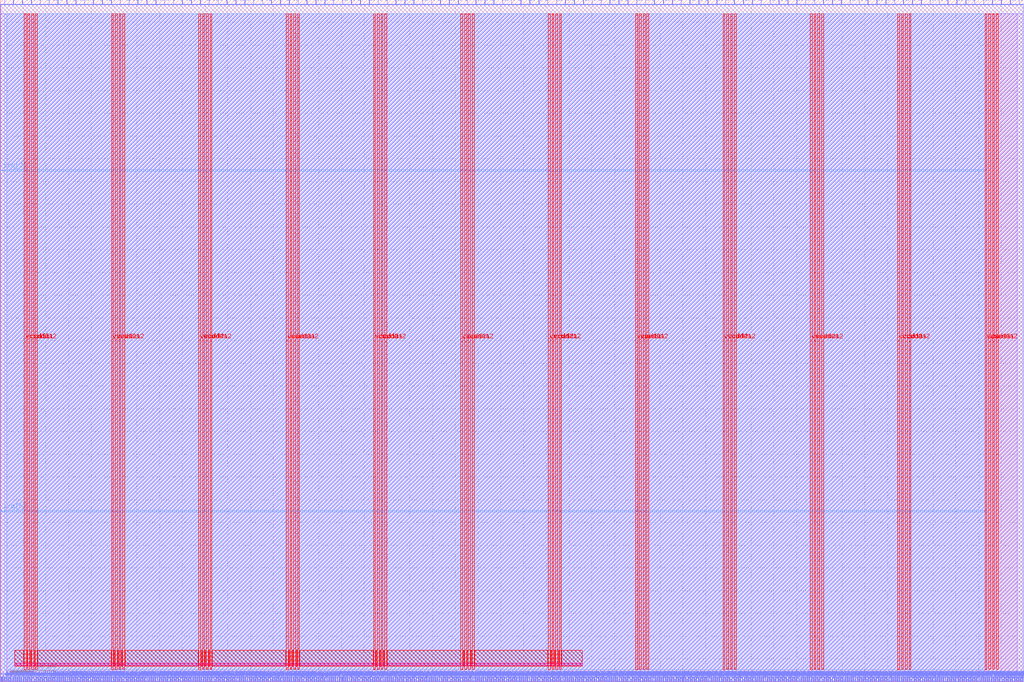
<source format=lef>
VERSION 5.7 ;
  NOWIREEXTENSIONATPIN ON ;
  DIVIDERCHAR "/" ;
  BUSBITCHARS "[]" ;
MACRO user_proj_example
  CLASS BLOCK ;
  FOREIGN user_proj_example ;
  ORIGIN 0.000 0.000 ;
  SIZE 900.000 BY 600.000 ;
  PIN io_in[0]
    DIRECTION INPUT ;
    USE SIGNAL ;
    PORT
      LAYER met2 ;
        RECT 3.770 596.000 4.050 600.000 ;
    END
  END io_in[0]
  PIN io_in[10]
    DIRECTION INPUT ;
    USE SIGNAL ;
    PORT
      LAYER met2 ;
        RECT 238.370 596.000 238.650 600.000 ;
    END
  END io_in[10]
  PIN io_in[11]
    DIRECTION INPUT ;
    USE SIGNAL ;
    PORT
      LAYER met2 ;
        RECT 261.830 596.000 262.110 600.000 ;
    END
  END io_in[11]
  PIN io_in[12]
    DIRECTION INPUT ;
    USE SIGNAL ;
    PORT
      LAYER met2 ;
        RECT 285.290 596.000 285.570 600.000 ;
    END
  END io_in[12]
  PIN io_in[13]
    DIRECTION INPUT ;
    USE SIGNAL ;
    PORT
      LAYER met2 ;
        RECT 308.750 596.000 309.030 600.000 ;
    END
  END io_in[13]
  PIN io_in[14]
    DIRECTION INPUT ;
    USE SIGNAL ;
    PORT
      LAYER met2 ;
        RECT 332.210 596.000 332.490 600.000 ;
    END
  END io_in[14]
  PIN io_in[15]
    DIRECTION INPUT ;
    USE SIGNAL ;
    PORT
      LAYER met2 ;
        RECT 355.670 596.000 355.950 600.000 ;
    END
  END io_in[15]
  PIN io_in[16]
    DIRECTION INPUT ;
    USE SIGNAL ;
    PORT
      LAYER met2 ;
        RECT 379.130 596.000 379.410 600.000 ;
    END
  END io_in[16]
  PIN io_in[17]
    DIRECTION INPUT ;
    USE SIGNAL ;
    PORT
      LAYER met2 ;
        RECT 402.590 596.000 402.870 600.000 ;
    END
  END io_in[17]
  PIN io_in[18]
    DIRECTION INPUT ;
    USE SIGNAL ;
    PORT
      LAYER met2 ;
        RECT 426.050 596.000 426.330 600.000 ;
    END
  END io_in[18]
  PIN io_in[19]
    DIRECTION INPUT ;
    USE SIGNAL ;
    PORT
      LAYER met2 ;
        RECT 449.510 596.000 449.790 600.000 ;
    END
  END io_in[19]
  PIN io_in[1]
    DIRECTION INPUT ;
    USE SIGNAL ;
    PORT
      LAYER met2 ;
        RECT 27.230 596.000 27.510 600.000 ;
    END
  END io_in[1]
  PIN io_in[20]
    DIRECTION INPUT ;
    USE SIGNAL ;
    PORT
      LAYER met2 ;
        RECT 473.430 596.000 473.710 600.000 ;
    END
  END io_in[20]
  PIN io_in[21]
    DIRECTION INPUT ;
    USE SIGNAL ;
    PORT
      LAYER met2 ;
        RECT 496.890 596.000 497.170 600.000 ;
    END
  END io_in[21]
  PIN io_in[22]
    DIRECTION INPUT ;
    USE SIGNAL ;
    PORT
      LAYER met2 ;
        RECT 520.350 596.000 520.630 600.000 ;
    END
  END io_in[22]
  PIN io_in[23]
    DIRECTION INPUT ;
    USE SIGNAL ;
    PORT
      LAYER met2 ;
        RECT 543.810 596.000 544.090 600.000 ;
    END
  END io_in[23]
  PIN io_in[24]
    DIRECTION INPUT ;
    USE SIGNAL ;
    PORT
      LAYER met2 ;
        RECT 567.270 596.000 567.550 600.000 ;
    END
  END io_in[24]
  PIN io_in[25]
    DIRECTION INPUT ;
    USE SIGNAL ;
    PORT
      LAYER met2 ;
        RECT 590.730 596.000 591.010 600.000 ;
    END
  END io_in[25]
  PIN io_in[26]
    DIRECTION INPUT ;
    USE SIGNAL ;
    PORT
      LAYER met2 ;
        RECT 614.190 596.000 614.470 600.000 ;
    END
  END io_in[26]
  PIN io_in[27]
    DIRECTION INPUT ;
    USE SIGNAL ;
    PORT
      LAYER met2 ;
        RECT 637.650 596.000 637.930 600.000 ;
    END
  END io_in[27]
  PIN io_in[28]
    DIRECTION INPUT ;
    USE SIGNAL ;
    PORT
      LAYER met2 ;
        RECT 661.110 596.000 661.390 600.000 ;
    END
  END io_in[28]
  PIN io_in[29]
    DIRECTION INPUT ;
    USE SIGNAL ;
    PORT
      LAYER met2 ;
        RECT 684.570 596.000 684.850 600.000 ;
    END
  END io_in[29]
  PIN io_in[2]
    DIRECTION INPUT ;
    USE SIGNAL ;
    PORT
      LAYER met2 ;
        RECT 50.690 596.000 50.970 600.000 ;
    END
  END io_in[2]
  PIN io_in[30]
    DIRECTION INPUT ;
    USE SIGNAL ;
    PORT
      LAYER met2 ;
        RECT 708.030 596.000 708.310 600.000 ;
    END
  END io_in[30]
  PIN io_in[31]
    DIRECTION INPUT ;
    USE SIGNAL ;
    PORT
      LAYER met2 ;
        RECT 731.490 596.000 731.770 600.000 ;
    END
  END io_in[31]
  PIN io_in[32]
    DIRECTION INPUT ;
    USE SIGNAL ;
    PORT
      LAYER met2 ;
        RECT 754.950 596.000 755.230 600.000 ;
    END
  END io_in[32]
  PIN io_in[33]
    DIRECTION INPUT ;
    USE SIGNAL ;
    PORT
      LAYER met2 ;
        RECT 778.410 596.000 778.690 600.000 ;
    END
  END io_in[33]
  PIN io_in[34]
    DIRECTION INPUT ;
    USE SIGNAL ;
    PORT
      LAYER met2 ;
        RECT 801.870 596.000 802.150 600.000 ;
    END
  END io_in[34]
  PIN io_in[35]
    DIRECTION INPUT ;
    USE SIGNAL ;
    PORT
      LAYER met2 ;
        RECT 825.330 596.000 825.610 600.000 ;
    END
  END io_in[35]
  PIN io_in[36]
    DIRECTION INPUT ;
    USE SIGNAL ;
    PORT
      LAYER met2 ;
        RECT 848.790 596.000 849.070 600.000 ;
    END
  END io_in[36]
  PIN io_in[37]
    DIRECTION INPUT ;
    USE SIGNAL ;
    PORT
      LAYER met2 ;
        RECT 872.250 596.000 872.530 600.000 ;
    END
  END io_in[37]
  PIN io_in[3]
    DIRECTION INPUT ;
    USE SIGNAL ;
    PORT
      LAYER met2 ;
        RECT 74.150 596.000 74.430 600.000 ;
    END
  END io_in[3]
  PIN io_in[4]
    DIRECTION INPUT ;
    USE SIGNAL ;
    PORT
      LAYER met2 ;
        RECT 97.610 596.000 97.890 600.000 ;
    END
  END io_in[4]
  PIN io_in[5]
    DIRECTION INPUT ;
    USE SIGNAL ;
    PORT
      LAYER met2 ;
        RECT 121.070 596.000 121.350 600.000 ;
    END
  END io_in[5]
  PIN io_in[6]
    DIRECTION INPUT ;
    USE SIGNAL ;
    PORT
      LAYER met2 ;
        RECT 144.530 596.000 144.810 600.000 ;
    END
  END io_in[6]
  PIN io_in[7]
    DIRECTION INPUT ;
    USE SIGNAL ;
    PORT
      LAYER met2 ;
        RECT 167.990 596.000 168.270 600.000 ;
    END
  END io_in[7]
  PIN io_in[8]
    DIRECTION INPUT ;
    USE SIGNAL ;
    PORT
      LAYER met2 ;
        RECT 191.450 596.000 191.730 600.000 ;
    END
  END io_in[8]
  PIN io_in[9]
    DIRECTION INPUT ;
    USE SIGNAL ;
    PORT
      LAYER met2 ;
        RECT 214.910 596.000 215.190 600.000 ;
    END
  END io_in[9]
  PIN io_oeb[0]
    DIRECTION OUTPUT TRISTATE ;
    USE SIGNAL ;
    PORT
      LAYER met2 ;
        RECT 11.590 596.000 11.870 600.000 ;
    END
  END io_oeb[0]
  PIN io_oeb[10]
    DIRECTION OUTPUT TRISTATE ;
    USE SIGNAL ;
    PORT
      LAYER met2 ;
        RECT 246.190 596.000 246.470 600.000 ;
    END
  END io_oeb[10]
  PIN io_oeb[11]
    DIRECTION OUTPUT TRISTATE ;
    USE SIGNAL ;
    PORT
      LAYER met2 ;
        RECT 269.650 596.000 269.930 600.000 ;
    END
  END io_oeb[11]
  PIN io_oeb[12]
    DIRECTION OUTPUT TRISTATE ;
    USE SIGNAL ;
    PORT
      LAYER met2 ;
        RECT 293.110 596.000 293.390 600.000 ;
    END
  END io_oeb[12]
  PIN io_oeb[13]
    DIRECTION OUTPUT TRISTATE ;
    USE SIGNAL ;
    PORT
      LAYER met2 ;
        RECT 316.570 596.000 316.850 600.000 ;
    END
  END io_oeb[13]
  PIN io_oeb[14]
    DIRECTION OUTPUT TRISTATE ;
    USE SIGNAL ;
    PORT
      LAYER met2 ;
        RECT 340.030 596.000 340.310 600.000 ;
    END
  END io_oeb[14]
  PIN io_oeb[15]
    DIRECTION OUTPUT TRISTATE ;
    USE SIGNAL ;
    PORT
      LAYER met2 ;
        RECT 363.490 596.000 363.770 600.000 ;
    END
  END io_oeb[15]
  PIN io_oeb[16]
    DIRECTION OUTPUT TRISTATE ;
    USE SIGNAL ;
    PORT
      LAYER met2 ;
        RECT 386.950 596.000 387.230 600.000 ;
    END
  END io_oeb[16]
  PIN io_oeb[17]
    DIRECTION OUTPUT TRISTATE ;
    USE SIGNAL ;
    PORT
      LAYER met2 ;
        RECT 410.410 596.000 410.690 600.000 ;
    END
  END io_oeb[17]
  PIN io_oeb[18]
    DIRECTION OUTPUT TRISTATE ;
    USE SIGNAL ;
    PORT
      LAYER met2 ;
        RECT 433.870 596.000 434.150 600.000 ;
    END
  END io_oeb[18]
  PIN io_oeb[19]
    DIRECTION OUTPUT TRISTATE ;
    USE SIGNAL ;
    PORT
      LAYER met2 ;
        RECT 457.790 596.000 458.070 600.000 ;
    END
  END io_oeb[19]
  PIN io_oeb[1]
    DIRECTION OUTPUT TRISTATE ;
    USE SIGNAL ;
    PORT
      LAYER met2 ;
        RECT 35.050 596.000 35.330 600.000 ;
    END
  END io_oeb[1]
  PIN io_oeb[20]
    DIRECTION OUTPUT TRISTATE ;
    USE SIGNAL ;
    PORT
      LAYER met2 ;
        RECT 481.250 596.000 481.530 600.000 ;
    END
  END io_oeb[20]
  PIN io_oeb[21]
    DIRECTION OUTPUT TRISTATE ;
    USE SIGNAL ;
    PORT
      LAYER met2 ;
        RECT 504.710 596.000 504.990 600.000 ;
    END
  END io_oeb[21]
  PIN io_oeb[22]
    DIRECTION OUTPUT TRISTATE ;
    USE SIGNAL ;
    PORT
      LAYER met2 ;
        RECT 528.170 596.000 528.450 600.000 ;
    END
  END io_oeb[22]
  PIN io_oeb[23]
    DIRECTION OUTPUT TRISTATE ;
    USE SIGNAL ;
    PORT
      LAYER met2 ;
        RECT 551.630 596.000 551.910 600.000 ;
    END
  END io_oeb[23]
  PIN io_oeb[24]
    DIRECTION OUTPUT TRISTATE ;
    USE SIGNAL ;
    PORT
      LAYER met2 ;
        RECT 575.090 596.000 575.370 600.000 ;
    END
  END io_oeb[24]
  PIN io_oeb[25]
    DIRECTION OUTPUT TRISTATE ;
    USE SIGNAL ;
    PORT
      LAYER met2 ;
        RECT 598.550 596.000 598.830 600.000 ;
    END
  END io_oeb[25]
  PIN io_oeb[26]
    DIRECTION OUTPUT TRISTATE ;
    USE SIGNAL ;
    PORT
      LAYER met2 ;
        RECT 622.010 596.000 622.290 600.000 ;
    END
  END io_oeb[26]
  PIN io_oeb[27]
    DIRECTION OUTPUT TRISTATE ;
    USE SIGNAL ;
    PORT
      LAYER met2 ;
        RECT 645.470 596.000 645.750 600.000 ;
    END
  END io_oeb[27]
  PIN io_oeb[28]
    DIRECTION OUTPUT TRISTATE ;
    USE SIGNAL ;
    PORT
      LAYER met2 ;
        RECT 668.930 596.000 669.210 600.000 ;
    END
  END io_oeb[28]
  PIN io_oeb[29]
    DIRECTION OUTPUT TRISTATE ;
    USE SIGNAL ;
    PORT
      LAYER met2 ;
        RECT 692.390 596.000 692.670 600.000 ;
    END
  END io_oeb[29]
  PIN io_oeb[2]
    DIRECTION OUTPUT TRISTATE ;
    USE SIGNAL ;
    PORT
      LAYER met2 ;
        RECT 58.510 596.000 58.790 600.000 ;
    END
  END io_oeb[2]
  PIN io_oeb[30]
    DIRECTION OUTPUT TRISTATE ;
    USE SIGNAL ;
    PORT
      LAYER met2 ;
        RECT 715.850 596.000 716.130 600.000 ;
    END
  END io_oeb[30]
  PIN io_oeb[31]
    DIRECTION OUTPUT TRISTATE ;
    USE SIGNAL ;
    PORT
      LAYER met2 ;
        RECT 739.310 596.000 739.590 600.000 ;
    END
  END io_oeb[31]
  PIN io_oeb[32]
    DIRECTION OUTPUT TRISTATE ;
    USE SIGNAL ;
    PORT
      LAYER met2 ;
        RECT 762.770 596.000 763.050 600.000 ;
    END
  END io_oeb[32]
  PIN io_oeb[33]
    DIRECTION OUTPUT TRISTATE ;
    USE SIGNAL ;
    PORT
      LAYER met2 ;
        RECT 786.230 596.000 786.510 600.000 ;
    END
  END io_oeb[33]
  PIN io_oeb[34]
    DIRECTION OUTPUT TRISTATE ;
    USE SIGNAL ;
    PORT
      LAYER met2 ;
        RECT 809.690 596.000 809.970 600.000 ;
    END
  END io_oeb[34]
  PIN io_oeb[35]
    DIRECTION OUTPUT TRISTATE ;
    USE SIGNAL ;
    PORT
      LAYER met2 ;
        RECT 833.150 596.000 833.430 600.000 ;
    END
  END io_oeb[35]
  PIN io_oeb[36]
    DIRECTION OUTPUT TRISTATE ;
    USE SIGNAL ;
    PORT
      LAYER met2 ;
        RECT 856.610 596.000 856.890 600.000 ;
    END
  END io_oeb[36]
  PIN io_oeb[37]
    DIRECTION OUTPUT TRISTATE ;
    USE SIGNAL ;
    PORT
      LAYER met2 ;
        RECT 880.070 596.000 880.350 600.000 ;
    END
  END io_oeb[37]
  PIN io_oeb[3]
    DIRECTION OUTPUT TRISTATE ;
    USE SIGNAL ;
    PORT
      LAYER met2 ;
        RECT 81.970 596.000 82.250 600.000 ;
    END
  END io_oeb[3]
  PIN io_oeb[4]
    DIRECTION OUTPUT TRISTATE ;
    USE SIGNAL ;
    PORT
      LAYER met2 ;
        RECT 105.430 596.000 105.710 600.000 ;
    END
  END io_oeb[4]
  PIN io_oeb[5]
    DIRECTION OUTPUT TRISTATE ;
    USE SIGNAL ;
    PORT
      LAYER met2 ;
        RECT 128.890 596.000 129.170 600.000 ;
    END
  END io_oeb[5]
  PIN io_oeb[6]
    DIRECTION OUTPUT TRISTATE ;
    USE SIGNAL ;
    PORT
      LAYER met2 ;
        RECT 152.350 596.000 152.630 600.000 ;
    END
  END io_oeb[6]
  PIN io_oeb[7]
    DIRECTION OUTPUT TRISTATE ;
    USE SIGNAL ;
    PORT
      LAYER met2 ;
        RECT 175.810 596.000 176.090 600.000 ;
    END
  END io_oeb[7]
  PIN io_oeb[8]
    DIRECTION OUTPUT TRISTATE ;
    USE SIGNAL ;
    PORT
      LAYER met2 ;
        RECT 199.270 596.000 199.550 600.000 ;
    END
  END io_oeb[8]
  PIN io_oeb[9]
    DIRECTION OUTPUT TRISTATE ;
    USE SIGNAL ;
    PORT
      LAYER met2 ;
        RECT 222.730 596.000 223.010 600.000 ;
    END
  END io_oeb[9]
  PIN io_out[0]
    DIRECTION OUTPUT TRISTATE ;
    USE SIGNAL ;
    PORT
      LAYER met2 ;
        RECT 19.410 596.000 19.690 600.000 ;
    END
  END io_out[0]
  PIN io_out[10]
    DIRECTION OUTPUT TRISTATE ;
    USE SIGNAL ;
    PORT
      LAYER met2 ;
        RECT 254.010 596.000 254.290 600.000 ;
    END
  END io_out[10]
  PIN io_out[11]
    DIRECTION OUTPUT TRISTATE ;
    USE SIGNAL ;
    PORT
      LAYER met2 ;
        RECT 277.470 596.000 277.750 600.000 ;
    END
  END io_out[11]
  PIN io_out[12]
    DIRECTION OUTPUT TRISTATE ;
    USE SIGNAL ;
    PORT
      LAYER met2 ;
        RECT 300.930 596.000 301.210 600.000 ;
    END
  END io_out[12]
  PIN io_out[13]
    DIRECTION OUTPUT TRISTATE ;
    USE SIGNAL ;
    PORT
      LAYER met2 ;
        RECT 324.390 596.000 324.670 600.000 ;
    END
  END io_out[13]
  PIN io_out[14]
    DIRECTION OUTPUT TRISTATE ;
    USE SIGNAL ;
    PORT
      LAYER met2 ;
        RECT 347.850 596.000 348.130 600.000 ;
    END
  END io_out[14]
  PIN io_out[15]
    DIRECTION OUTPUT TRISTATE ;
    USE SIGNAL ;
    PORT
      LAYER met2 ;
        RECT 371.310 596.000 371.590 600.000 ;
    END
  END io_out[15]
  PIN io_out[16]
    DIRECTION OUTPUT TRISTATE ;
    USE SIGNAL ;
    PORT
      LAYER met2 ;
        RECT 394.770 596.000 395.050 600.000 ;
    END
  END io_out[16]
  PIN io_out[17]
    DIRECTION OUTPUT TRISTATE ;
    USE SIGNAL ;
    PORT
      LAYER met2 ;
        RECT 418.230 596.000 418.510 600.000 ;
    END
  END io_out[17]
  PIN io_out[18]
    DIRECTION OUTPUT TRISTATE ;
    USE SIGNAL ;
    PORT
      LAYER met2 ;
        RECT 441.690 596.000 441.970 600.000 ;
    END
  END io_out[18]
  PIN io_out[19]
    DIRECTION OUTPUT TRISTATE ;
    USE SIGNAL ;
    PORT
      LAYER met2 ;
        RECT 465.610 596.000 465.890 600.000 ;
    END
  END io_out[19]
  PIN io_out[1]
    DIRECTION OUTPUT TRISTATE ;
    USE SIGNAL ;
    PORT
      LAYER met2 ;
        RECT 42.870 596.000 43.150 600.000 ;
    END
  END io_out[1]
  PIN io_out[20]
    DIRECTION OUTPUT TRISTATE ;
    USE SIGNAL ;
    PORT
      LAYER met2 ;
        RECT 489.070 596.000 489.350 600.000 ;
    END
  END io_out[20]
  PIN io_out[21]
    DIRECTION OUTPUT TRISTATE ;
    USE SIGNAL ;
    PORT
      LAYER met2 ;
        RECT 512.530 596.000 512.810 600.000 ;
    END
  END io_out[21]
  PIN io_out[22]
    DIRECTION OUTPUT TRISTATE ;
    USE SIGNAL ;
    PORT
      LAYER met2 ;
        RECT 535.990 596.000 536.270 600.000 ;
    END
  END io_out[22]
  PIN io_out[23]
    DIRECTION OUTPUT TRISTATE ;
    USE SIGNAL ;
    PORT
      LAYER met2 ;
        RECT 559.450 596.000 559.730 600.000 ;
    END
  END io_out[23]
  PIN io_out[24]
    DIRECTION OUTPUT TRISTATE ;
    USE SIGNAL ;
    PORT
      LAYER met2 ;
        RECT 582.910 596.000 583.190 600.000 ;
    END
  END io_out[24]
  PIN io_out[25]
    DIRECTION OUTPUT TRISTATE ;
    USE SIGNAL ;
    PORT
      LAYER met2 ;
        RECT 606.370 596.000 606.650 600.000 ;
    END
  END io_out[25]
  PIN io_out[26]
    DIRECTION OUTPUT TRISTATE ;
    USE SIGNAL ;
    PORT
      LAYER met2 ;
        RECT 629.830 596.000 630.110 600.000 ;
    END
  END io_out[26]
  PIN io_out[27]
    DIRECTION OUTPUT TRISTATE ;
    USE SIGNAL ;
    PORT
      LAYER met2 ;
        RECT 653.290 596.000 653.570 600.000 ;
    END
  END io_out[27]
  PIN io_out[28]
    DIRECTION OUTPUT TRISTATE ;
    USE SIGNAL ;
    PORT
      LAYER met2 ;
        RECT 676.750 596.000 677.030 600.000 ;
    END
  END io_out[28]
  PIN io_out[29]
    DIRECTION OUTPUT TRISTATE ;
    USE SIGNAL ;
    PORT
      LAYER met2 ;
        RECT 700.210 596.000 700.490 600.000 ;
    END
  END io_out[29]
  PIN io_out[2]
    DIRECTION OUTPUT TRISTATE ;
    USE SIGNAL ;
    PORT
      LAYER met2 ;
        RECT 66.330 596.000 66.610 600.000 ;
    END
  END io_out[2]
  PIN io_out[30]
    DIRECTION OUTPUT TRISTATE ;
    USE SIGNAL ;
    PORT
      LAYER met2 ;
        RECT 723.670 596.000 723.950 600.000 ;
    END
  END io_out[30]
  PIN io_out[31]
    DIRECTION OUTPUT TRISTATE ;
    USE SIGNAL ;
    PORT
      LAYER met2 ;
        RECT 747.130 596.000 747.410 600.000 ;
    END
  END io_out[31]
  PIN io_out[32]
    DIRECTION OUTPUT TRISTATE ;
    USE SIGNAL ;
    PORT
      LAYER met2 ;
        RECT 770.590 596.000 770.870 600.000 ;
    END
  END io_out[32]
  PIN io_out[33]
    DIRECTION OUTPUT TRISTATE ;
    USE SIGNAL ;
    PORT
      LAYER met2 ;
        RECT 794.050 596.000 794.330 600.000 ;
    END
  END io_out[33]
  PIN io_out[34]
    DIRECTION OUTPUT TRISTATE ;
    USE SIGNAL ;
    PORT
      LAYER met2 ;
        RECT 817.510 596.000 817.790 600.000 ;
    END
  END io_out[34]
  PIN io_out[35]
    DIRECTION OUTPUT TRISTATE ;
    USE SIGNAL ;
    PORT
      LAYER met2 ;
        RECT 840.970 596.000 841.250 600.000 ;
    END
  END io_out[35]
  PIN io_out[36]
    DIRECTION OUTPUT TRISTATE ;
    USE SIGNAL ;
    PORT
      LAYER met2 ;
        RECT 864.430 596.000 864.710 600.000 ;
    END
  END io_out[36]
  PIN io_out[37]
    DIRECTION OUTPUT TRISTATE ;
    USE SIGNAL ;
    PORT
      LAYER met2 ;
        RECT 887.890 596.000 888.170 600.000 ;
    END
  END io_out[37]
  PIN io_out[3]
    DIRECTION OUTPUT TRISTATE ;
    USE SIGNAL ;
    PORT
      LAYER met2 ;
        RECT 89.790 596.000 90.070 600.000 ;
    END
  END io_out[3]
  PIN io_out[4]
    DIRECTION OUTPUT TRISTATE ;
    USE SIGNAL ;
    PORT
      LAYER met2 ;
        RECT 113.250 596.000 113.530 600.000 ;
    END
  END io_out[4]
  PIN io_out[5]
    DIRECTION OUTPUT TRISTATE ;
    USE SIGNAL ;
    PORT
      LAYER met2 ;
        RECT 136.710 596.000 136.990 600.000 ;
    END
  END io_out[5]
  PIN io_out[6]
    DIRECTION OUTPUT TRISTATE ;
    USE SIGNAL ;
    PORT
      LAYER met2 ;
        RECT 160.170 596.000 160.450 600.000 ;
    END
  END io_out[6]
  PIN io_out[7]
    DIRECTION OUTPUT TRISTATE ;
    USE SIGNAL ;
    PORT
      LAYER met2 ;
        RECT 183.630 596.000 183.910 600.000 ;
    END
  END io_out[7]
  PIN io_out[8]
    DIRECTION OUTPUT TRISTATE ;
    USE SIGNAL ;
    PORT
      LAYER met2 ;
        RECT 207.090 596.000 207.370 600.000 ;
    END
  END io_out[8]
  PIN io_out[9]
    DIRECTION OUTPUT TRISTATE ;
    USE SIGNAL ;
    PORT
      LAYER met2 ;
        RECT 230.550 596.000 230.830 600.000 ;
    END
  END io_out[9]
  PIN irq[0]
    DIRECTION OUTPUT TRISTATE ;
    USE SIGNAL ;
    PORT
      LAYER met3 ;
        RECT 0.000 149.640 4.000 150.240 ;
    END
  END irq[0]
  PIN irq[1]
    DIRECTION OUTPUT TRISTATE ;
    USE SIGNAL ;
    PORT
      LAYER met2 ;
        RECT 895.710 596.000 895.990 600.000 ;
    END
  END irq[1]
  PIN irq[2]
    DIRECTION OUTPUT TRISTATE ;
    USE SIGNAL ;
    PORT
      LAYER met3 ;
        RECT 0.000 449.520 4.000 450.120 ;
    END
  END irq[2]
  PIN la_data_in[0]
    DIRECTION INPUT ;
    USE SIGNAL ;
    PORT
      LAYER met2 ;
        RECT 195.130 0.000 195.410 4.000 ;
    END
  END la_data_in[0]
  PIN la_data_in[100]
    DIRECTION INPUT ;
    USE SIGNAL ;
    PORT
      LAYER met2 ;
        RECT 746.210 0.000 746.490 4.000 ;
    END
  END la_data_in[100]
  PIN la_data_in[101]
    DIRECTION INPUT ;
    USE SIGNAL ;
    PORT
      LAYER met2 ;
        RECT 751.730 0.000 752.010 4.000 ;
    END
  END la_data_in[101]
  PIN la_data_in[102]
    DIRECTION INPUT ;
    USE SIGNAL ;
    PORT
      LAYER met2 ;
        RECT 757.250 0.000 757.530 4.000 ;
    END
  END la_data_in[102]
  PIN la_data_in[103]
    DIRECTION INPUT ;
    USE SIGNAL ;
    PORT
      LAYER met2 ;
        RECT 762.770 0.000 763.050 4.000 ;
    END
  END la_data_in[103]
  PIN la_data_in[104]
    DIRECTION INPUT ;
    USE SIGNAL ;
    PORT
      LAYER met2 ;
        RECT 768.290 0.000 768.570 4.000 ;
    END
  END la_data_in[104]
  PIN la_data_in[105]
    DIRECTION INPUT ;
    USE SIGNAL ;
    PORT
      LAYER met2 ;
        RECT 773.810 0.000 774.090 4.000 ;
    END
  END la_data_in[105]
  PIN la_data_in[106]
    DIRECTION INPUT ;
    USE SIGNAL ;
    PORT
      LAYER met2 ;
        RECT 779.330 0.000 779.610 4.000 ;
    END
  END la_data_in[106]
  PIN la_data_in[107]
    DIRECTION INPUT ;
    USE SIGNAL ;
    PORT
      LAYER met2 ;
        RECT 784.850 0.000 785.130 4.000 ;
    END
  END la_data_in[107]
  PIN la_data_in[108]
    DIRECTION INPUT ;
    USE SIGNAL ;
    PORT
      LAYER met2 ;
        RECT 790.370 0.000 790.650 4.000 ;
    END
  END la_data_in[108]
  PIN la_data_in[109]
    DIRECTION INPUT ;
    USE SIGNAL ;
    PORT
      LAYER met2 ;
        RECT 795.890 0.000 796.170 4.000 ;
    END
  END la_data_in[109]
  PIN la_data_in[10]
    DIRECTION INPUT ;
    USE SIGNAL ;
    PORT
      LAYER met2 ;
        RECT 250.330 0.000 250.610 4.000 ;
    END
  END la_data_in[10]
  PIN la_data_in[110]
    DIRECTION INPUT ;
    USE SIGNAL ;
    PORT
      LAYER met2 ;
        RECT 801.410 0.000 801.690 4.000 ;
    END
  END la_data_in[110]
  PIN la_data_in[111]
    DIRECTION INPUT ;
    USE SIGNAL ;
    PORT
      LAYER met2 ;
        RECT 806.930 0.000 807.210 4.000 ;
    END
  END la_data_in[111]
  PIN la_data_in[112]
    DIRECTION INPUT ;
    USE SIGNAL ;
    PORT
      LAYER met2 ;
        RECT 812.450 0.000 812.730 4.000 ;
    END
  END la_data_in[112]
  PIN la_data_in[113]
    DIRECTION INPUT ;
    USE SIGNAL ;
    PORT
      LAYER met2 ;
        RECT 817.970 0.000 818.250 4.000 ;
    END
  END la_data_in[113]
  PIN la_data_in[114]
    DIRECTION INPUT ;
    USE SIGNAL ;
    PORT
      LAYER met2 ;
        RECT 823.490 0.000 823.770 4.000 ;
    END
  END la_data_in[114]
  PIN la_data_in[115]
    DIRECTION INPUT ;
    USE SIGNAL ;
    PORT
      LAYER met2 ;
        RECT 829.010 0.000 829.290 4.000 ;
    END
  END la_data_in[115]
  PIN la_data_in[116]
    DIRECTION INPUT ;
    USE SIGNAL ;
    PORT
      LAYER met2 ;
        RECT 834.530 0.000 834.810 4.000 ;
    END
  END la_data_in[116]
  PIN la_data_in[117]
    DIRECTION INPUT ;
    USE SIGNAL ;
    PORT
      LAYER met2 ;
        RECT 840.050 0.000 840.330 4.000 ;
    END
  END la_data_in[117]
  PIN la_data_in[118]
    DIRECTION INPUT ;
    USE SIGNAL ;
    PORT
      LAYER met2 ;
        RECT 845.570 0.000 845.850 4.000 ;
    END
  END la_data_in[118]
  PIN la_data_in[119]
    DIRECTION INPUT ;
    USE SIGNAL ;
    PORT
      LAYER met2 ;
        RECT 851.090 0.000 851.370 4.000 ;
    END
  END la_data_in[119]
  PIN la_data_in[11]
    DIRECTION INPUT ;
    USE SIGNAL ;
    PORT
      LAYER met2 ;
        RECT 255.850 0.000 256.130 4.000 ;
    END
  END la_data_in[11]
  PIN la_data_in[120]
    DIRECTION INPUT ;
    USE SIGNAL ;
    PORT
      LAYER met2 ;
        RECT 856.610 0.000 856.890 4.000 ;
    END
  END la_data_in[120]
  PIN la_data_in[121]
    DIRECTION INPUT ;
    USE SIGNAL ;
    PORT
      LAYER met2 ;
        RECT 862.130 0.000 862.410 4.000 ;
    END
  END la_data_in[121]
  PIN la_data_in[122]
    DIRECTION INPUT ;
    USE SIGNAL ;
    PORT
      LAYER met2 ;
        RECT 867.650 0.000 867.930 4.000 ;
    END
  END la_data_in[122]
  PIN la_data_in[123]
    DIRECTION INPUT ;
    USE SIGNAL ;
    PORT
      LAYER met2 ;
        RECT 873.170 0.000 873.450 4.000 ;
    END
  END la_data_in[123]
  PIN la_data_in[124]
    DIRECTION INPUT ;
    USE SIGNAL ;
    PORT
      LAYER met2 ;
        RECT 878.690 0.000 878.970 4.000 ;
    END
  END la_data_in[124]
  PIN la_data_in[125]
    DIRECTION INPUT ;
    USE SIGNAL ;
    PORT
      LAYER met2 ;
        RECT 884.210 0.000 884.490 4.000 ;
    END
  END la_data_in[125]
  PIN la_data_in[126]
    DIRECTION INPUT ;
    USE SIGNAL ;
    PORT
      LAYER met2 ;
        RECT 889.730 0.000 890.010 4.000 ;
    END
  END la_data_in[126]
  PIN la_data_in[127]
    DIRECTION INPUT ;
    USE SIGNAL ;
    PORT
      LAYER met2 ;
        RECT 895.250 0.000 895.530 4.000 ;
    END
  END la_data_in[127]
  PIN la_data_in[12]
    DIRECTION INPUT ;
    USE SIGNAL ;
    PORT
      LAYER met2 ;
        RECT 261.370 0.000 261.650 4.000 ;
    END
  END la_data_in[12]
  PIN la_data_in[13]
    DIRECTION INPUT ;
    USE SIGNAL ;
    PORT
      LAYER met2 ;
        RECT 266.890 0.000 267.170 4.000 ;
    END
  END la_data_in[13]
  PIN la_data_in[14]
    DIRECTION INPUT ;
    USE SIGNAL ;
    PORT
      LAYER met2 ;
        RECT 272.410 0.000 272.690 4.000 ;
    END
  END la_data_in[14]
  PIN la_data_in[15]
    DIRECTION INPUT ;
    USE SIGNAL ;
    PORT
      LAYER met2 ;
        RECT 277.930 0.000 278.210 4.000 ;
    END
  END la_data_in[15]
  PIN la_data_in[16]
    DIRECTION INPUT ;
    USE SIGNAL ;
    PORT
      LAYER met2 ;
        RECT 283.450 0.000 283.730 4.000 ;
    END
  END la_data_in[16]
  PIN la_data_in[17]
    DIRECTION INPUT ;
    USE SIGNAL ;
    PORT
      LAYER met2 ;
        RECT 288.970 0.000 289.250 4.000 ;
    END
  END la_data_in[17]
  PIN la_data_in[18]
    DIRECTION INPUT ;
    USE SIGNAL ;
    PORT
      LAYER met2 ;
        RECT 294.490 0.000 294.770 4.000 ;
    END
  END la_data_in[18]
  PIN la_data_in[19]
    DIRECTION INPUT ;
    USE SIGNAL ;
    PORT
      LAYER met2 ;
        RECT 300.010 0.000 300.290 4.000 ;
    END
  END la_data_in[19]
  PIN la_data_in[1]
    DIRECTION INPUT ;
    USE SIGNAL ;
    PORT
      LAYER met2 ;
        RECT 200.650 0.000 200.930 4.000 ;
    END
  END la_data_in[1]
  PIN la_data_in[20]
    DIRECTION INPUT ;
    USE SIGNAL ;
    PORT
      LAYER met2 ;
        RECT 305.070 0.000 305.350 4.000 ;
    END
  END la_data_in[20]
  PIN la_data_in[21]
    DIRECTION INPUT ;
    USE SIGNAL ;
    PORT
      LAYER met2 ;
        RECT 310.590 0.000 310.870 4.000 ;
    END
  END la_data_in[21]
  PIN la_data_in[22]
    DIRECTION INPUT ;
    USE SIGNAL ;
    PORT
      LAYER met2 ;
        RECT 316.110 0.000 316.390 4.000 ;
    END
  END la_data_in[22]
  PIN la_data_in[23]
    DIRECTION INPUT ;
    USE SIGNAL ;
    PORT
      LAYER met2 ;
        RECT 321.630 0.000 321.910 4.000 ;
    END
  END la_data_in[23]
  PIN la_data_in[24]
    DIRECTION INPUT ;
    USE SIGNAL ;
    PORT
      LAYER met2 ;
        RECT 327.150 0.000 327.430 4.000 ;
    END
  END la_data_in[24]
  PIN la_data_in[25]
    DIRECTION INPUT ;
    USE SIGNAL ;
    PORT
      LAYER met2 ;
        RECT 332.670 0.000 332.950 4.000 ;
    END
  END la_data_in[25]
  PIN la_data_in[26]
    DIRECTION INPUT ;
    USE SIGNAL ;
    PORT
      LAYER met2 ;
        RECT 338.190 0.000 338.470 4.000 ;
    END
  END la_data_in[26]
  PIN la_data_in[27]
    DIRECTION INPUT ;
    USE SIGNAL ;
    PORT
      LAYER met2 ;
        RECT 343.710 0.000 343.990 4.000 ;
    END
  END la_data_in[27]
  PIN la_data_in[28]
    DIRECTION INPUT ;
    USE SIGNAL ;
    PORT
      LAYER met2 ;
        RECT 349.230 0.000 349.510 4.000 ;
    END
  END la_data_in[28]
  PIN la_data_in[29]
    DIRECTION INPUT ;
    USE SIGNAL ;
    PORT
      LAYER met2 ;
        RECT 354.750 0.000 355.030 4.000 ;
    END
  END la_data_in[29]
  PIN la_data_in[2]
    DIRECTION INPUT ;
    USE SIGNAL ;
    PORT
      LAYER met2 ;
        RECT 206.170 0.000 206.450 4.000 ;
    END
  END la_data_in[2]
  PIN la_data_in[30]
    DIRECTION INPUT ;
    USE SIGNAL ;
    PORT
      LAYER met2 ;
        RECT 360.270 0.000 360.550 4.000 ;
    END
  END la_data_in[30]
  PIN la_data_in[31]
    DIRECTION INPUT ;
    USE SIGNAL ;
    PORT
      LAYER met2 ;
        RECT 365.790 0.000 366.070 4.000 ;
    END
  END la_data_in[31]
  PIN la_data_in[32]
    DIRECTION INPUT ;
    USE SIGNAL ;
    PORT
      LAYER met2 ;
        RECT 371.310 0.000 371.590 4.000 ;
    END
  END la_data_in[32]
  PIN la_data_in[33]
    DIRECTION INPUT ;
    USE SIGNAL ;
    PORT
      LAYER met2 ;
        RECT 376.830 0.000 377.110 4.000 ;
    END
  END la_data_in[33]
  PIN la_data_in[34]
    DIRECTION INPUT ;
    USE SIGNAL ;
    PORT
      LAYER met2 ;
        RECT 382.350 0.000 382.630 4.000 ;
    END
  END la_data_in[34]
  PIN la_data_in[35]
    DIRECTION INPUT ;
    USE SIGNAL ;
    PORT
      LAYER met2 ;
        RECT 387.870 0.000 388.150 4.000 ;
    END
  END la_data_in[35]
  PIN la_data_in[36]
    DIRECTION INPUT ;
    USE SIGNAL ;
    PORT
      LAYER met2 ;
        RECT 393.390 0.000 393.670 4.000 ;
    END
  END la_data_in[36]
  PIN la_data_in[37]
    DIRECTION INPUT ;
    USE SIGNAL ;
    PORT
      LAYER met2 ;
        RECT 398.910 0.000 399.190 4.000 ;
    END
  END la_data_in[37]
  PIN la_data_in[38]
    DIRECTION INPUT ;
    USE SIGNAL ;
    PORT
      LAYER met2 ;
        RECT 404.430 0.000 404.710 4.000 ;
    END
  END la_data_in[38]
  PIN la_data_in[39]
    DIRECTION INPUT ;
    USE SIGNAL ;
    PORT
      LAYER met2 ;
        RECT 409.950 0.000 410.230 4.000 ;
    END
  END la_data_in[39]
  PIN la_data_in[3]
    DIRECTION INPUT ;
    USE SIGNAL ;
    PORT
      LAYER met2 ;
        RECT 211.690 0.000 211.970 4.000 ;
    END
  END la_data_in[3]
  PIN la_data_in[40]
    DIRECTION INPUT ;
    USE SIGNAL ;
    PORT
      LAYER met2 ;
        RECT 415.470 0.000 415.750 4.000 ;
    END
  END la_data_in[40]
  PIN la_data_in[41]
    DIRECTION INPUT ;
    USE SIGNAL ;
    PORT
      LAYER met2 ;
        RECT 420.990 0.000 421.270 4.000 ;
    END
  END la_data_in[41]
  PIN la_data_in[42]
    DIRECTION INPUT ;
    USE SIGNAL ;
    PORT
      LAYER met2 ;
        RECT 426.510 0.000 426.790 4.000 ;
    END
  END la_data_in[42]
  PIN la_data_in[43]
    DIRECTION INPUT ;
    USE SIGNAL ;
    PORT
      LAYER met2 ;
        RECT 432.030 0.000 432.310 4.000 ;
    END
  END la_data_in[43]
  PIN la_data_in[44]
    DIRECTION INPUT ;
    USE SIGNAL ;
    PORT
      LAYER met2 ;
        RECT 437.550 0.000 437.830 4.000 ;
    END
  END la_data_in[44]
  PIN la_data_in[45]
    DIRECTION INPUT ;
    USE SIGNAL ;
    PORT
      LAYER met2 ;
        RECT 443.070 0.000 443.350 4.000 ;
    END
  END la_data_in[45]
  PIN la_data_in[46]
    DIRECTION INPUT ;
    USE SIGNAL ;
    PORT
      LAYER met2 ;
        RECT 448.590 0.000 448.870 4.000 ;
    END
  END la_data_in[46]
  PIN la_data_in[47]
    DIRECTION INPUT ;
    USE SIGNAL ;
    PORT
      LAYER met2 ;
        RECT 454.110 0.000 454.390 4.000 ;
    END
  END la_data_in[47]
  PIN la_data_in[48]
    DIRECTION INPUT ;
    USE SIGNAL ;
    PORT
      LAYER met2 ;
        RECT 459.630 0.000 459.910 4.000 ;
    END
  END la_data_in[48]
  PIN la_data_in[49]
    DIRECTION INPUT ;
    USE SIGNAL ;
    PORT
      LAYER met2 ;
        RECT 465.150 0.000 465.430 4.000 ;
    END
  END la_data_in[49]
  PIN la_data_in[4]
    DIRECTION INPUT ;
    USE SIGNAL ;
    PORT
      LAYER met2 ;
        RECT 217.210 0.000 217.490 4.000 ;
    END
  END la_data_in[4]
  PIN la_data_in[50]
    DIRECTION INPUT ;
    USE SIGNAL ;
    PORT
      LAYER met2 ;
        RECT 470.670 0.000 470.950 4.000 ;
    END
  END la_data_in[50]
  PIN la_data_in[51]
    DIRECTION INPUT ;
    USE SIGNAL ;
    PORT
      LAYER met2 ;
        RECT 476.190 0.000 476.470 4.000 ;
    END
  END la_data_in[51]
  PIN la_data_in[52]
    DIRECTION INPUT ;
    USE SIGNAL ;
    PORT
      LAYER met2 ;
        RECT 481.710 0.000 481.990 4.000 ;
    END
  END la_data_in[52]
  PIN la_data_in[53]
    DIRECTION INPUT ;
    USE SIGNAL ;
    PORT
      LAYER met2 ;
        RECT 487.230 0.000 487.510 4.000 ;
    END
  END la_data_in[53]
  PIN la_data_in[54]
    DIRECTION INPUT ;
    USE SIGNAL ;
    PORT
      LAYER met2 ;
        RECT 492.750 0.000 493.030 4.000 ;
    END
  END la_data_in[54]
  PIN la_data_in[55]
    DIRECTION INPUT ;
    USE SIGNAL ;
    PORT
      LAYER met2 ;
        RECT 498.270 0.000 498.550 4.000 ;
    END
  END la_data_in[55]
  PIN la_data_in[56]
    DIRECTION INPUT ;
    USE SIGNAL ;
    PORT
      LAYER met2 ;
        RECT 503.790 0.000 504.070 4.000 ;
    END
  END la_data_in[56]
  PIN la_data_in[57]
    DIRECTION INPUT ;
    USE SIGNAL ;
    PORT
      LAYER met2 ;
        RECT 509.310 0.000 509.590 4.000 ;
    END
  END la_data_in[57]
  PIN la_data_in[58]
    DIRECTION INPUT ;
    USE SIGNAL ;
    PORT
      LAYER met2 ;
        RECT 514.830 0.000 515.110 4.000 ;
    END
  END la_data_in[58]
  PIN la_data_in[59]
    DIRECTION INPUT ;
    USE SIGNAL ;
    PORT
      LAYER met2 ;
        RECT 520.350 0.000 520.630 4.000 ;
    END
  END la_data_in[59]
  PIN la_data_in[5]
    DIRECTION INPUT ;
    USE SIGNAL ;
    PORT
      LAYER met2 ;
        RECT 222.730 0.000 223.010 4.000 ;
    END
  END la_data_in[5]
  PIN la_data_in[60]
    DIRECTION INPUT ;
    USE SIGNAL ;
    PORT
      LAYER met2 ;
        RECT 525.870 0.000 526.150 4.000 ;
    END
  END la_data_in[60]
  PIN la_data_in[61]
    DIRECTION INPUT ;
    USE SIGNAL ;
    PORT
      LAYER met2 ;
        RECT 531.390 0.000 531.670 4.000 ;
    END
  END la_data_in[61]
  PIN la_data_in[62]
    DIRECTION INPUT ;
    USE SIGNAL ;
    PORT
      LAYER met2 ;
        RECT 536.910 0.000 537.190 4.000 ;
    END
  END la_data_in[62]
  PIN la_data_in[63]
    DIRECTION INPUT ;
    USE SIGNAL ;
    PORT
      LAYER met2 ;
        RECT 542.430 0.000 542.710 4.000 ;
    END
  END la_data_in[63]
  PIN la_data_in[64]
    DIRECTION INPUT ;
    USE SIGNAL ;
    PORT
      LAYER met2 ;
        RECT 547.950 0.000 548.230 4.000 ;
    END
  END la_data_in[64]
  PIN la_data_in[65]
    DIRECTION INPUT ;
    USE SIGNAL ;
    PORT
      LAYER met2 ;
        RECT 553.470 0.000 553.750 4.000 ;
    END
  END la_data_in[65]
  PIN la_data_in[66]
    DIRECTION INPUT ;
    USE SIGNAL ;
    PORT
      LAYER met2 ;
        RECT 558.990 0.000 559.270 4.000 ;
    END
  END la_data_in[66]
  PIN la_data_in[67]
    DIRECTION INPUT ;
    USE SIGNAL ;
    PORT
      LAYER met2 ;
        RECT 564.510 0.000 564.790 4.000 ;
    END
  END la_data_in[67]
  PIN la_data_in[68]
    DIRECTION INPUT ;
    USE SIGNAL ;
    PORT
      LAYER met2 ;
        RECT 570.030 0.000 570.310 4.000 ;
    END
  END la_data_in[68]
  PIN la_data_in[69]
    DIRECTION INPUT ;
    USE SIGNAL ;
    PORT
      LAYER met2 ;
        RECT 575.550 0.000 575.830 4.000 ;
    END
  END la_data_in[69]
  PIN la_data_in[6]
    DIRECTION INPUT ;
    USE SIGNAL ;
    PORT
      LAYER met2 ;
        RECT 228.250 0.000 228.530 4.000 ;
    END
  END la_data_in[6]
  PIN la_data_in[70]
    DIRECTION INPUT ;
    USE SIGNAL ;
    PORT
      LAYER met2 ;
        RECT 581.070 0.000 581.350 4.000 ;
    END
  END la_data_in[70]
  PIN la_data_in[71]
    DIRECTION INPUT ;
    USE SIGNAL ;
    PORT
      LAYER met2 ;
        RECT 586.590 0.000 586.870 4.000 ;
    END
  END la_data_in[71]
  PIN la_data_in[72]
    DIRECTION INPUT ;
    USE SIGNAL ;
    PORT
      LAYER met2 ;
        RECT 592.110 0.000 592.390 4.000 ;
    END
  END la_data_in[72]
  PIN la_data_in[73]
    DIRECTION INPUT ;
    USE SIGNAL ;
    PORT
      LAYER met2 ;
        RECT 597.630 0.000 597.910 4.000 ;
    END
  END la_data_in[73]
  PIN la_data_in[74]
    DIRECTION INPUT ;
    USE SIGNAL ;
    PORT
      LAYER met2 ;
        RECT 602.690 0.000 602.970 4.000 ;
    END
  END la_data_in[74]
  PIN la_data_in[75]
    DIRECTION INPUT ;
    USE SIGNAL ;
    PORT
      LAYER met2 ;
        RECT 608.210 0.000 608.490 4.000 ;
    END
  END la_data_in[75]
  PIN la_data_in[76]
    DIRECTION INPUT ;
    USE SIGNAL ;
    PORT
      LAYER met2 ;
        RECT 613.730 0.000 614.010 4.000 ;
    END
  END la_data_in[76]
  PIN la_data_in[77]
    DIRECTION INPUT ;
    USE SIGNAL ;
    PORT
      LAYER met2 ;
        RECT 619.250 0.000 619.530 4.000 ;
    END
  END la_data_in[77]
  PIN la_data_in[78]
    DIRECTION INPUT ;
    USE SIGNAL ;
    PORT
      LAYER met2 ;
        RECT 624.770 0.000 625.050 4.000 ;
    END
  END la_data_in[78]
  PIN la_data_in[79]
    DIRECTION INPUT ;
    USE SIGNAL ;
    PORT
      LAYER met2 ;
        RECT 630.290 0.000 630.570 4.000 ;
    END
  END la_data_in[79]
  PIN la_data_in[7]
    DIRECTION INPUT ;
    USE SIGNAL ;
    PORT
      LAYER met2 ;
        RECT 233.770 0.000 234.050 4.000 ;
    END
  END la_data_in[7]
  PIN la_data_in[80]
    DIRECTION INPUT ;
    USE SIGNAL ;
    PORT
      LAYER met2 ;
        RECT 635.810 0.000 636.090 4.000 ;
    END
  END la_data_in[80]
  PIN la_data_in[81]
    DIRECTION INPUT ;
    USE SIGNAL ;
    PORT
      LAYER met2 ;
        RECT 641.330 0.000 641.610 4.000 ;
    END
  END la_data_in[81]
  PIN la_data_in[82]
    DIRECTION INPUT ;
    USE SIGNAL ;
    PORT
      LAYER met2 ;
        RECT 646.850 0.000 647.130 4.000 ;
    END
  END la_data_in[82]
  PIN la_data_in[83]
    DIRECTION INPUT ;
    USE SIGNAL ;
    PORT
      LAYER met2 ;
        RECT 652.370 0.000 652.650 4.000 ;
    END
  END la_data_in[83]
  PIN la_data_in[84]
    DIRECTION INPUT ;
    USE SIGNAL ;
    PORT
      LAYER met2 ;
        RECT 657.890 0.000 658.170 4.000 ;
    END
  END la_data_in[84]
  PIN la_data_in[85]
    DIRECTION INPUT ;
    USE SIGNAL ;
    PORT
      LAYER met2 ;
        RECT 663.410 0.000 663.690 4.000 ;
    END
  END la_data_in[85]
  PIN la_data_in[86]
    DIRECTION INPUT ;
    USE SIGNAL ;
    PORT
      LAYER met2 ;
        RECT 668.930 0.000 669.210 4.000 ;
    END
  END la_data_in[86]
  PIN la_data_in[87]
    DIRECTION INPUT ;
    USE SIGNAL ;
    PORT
      LAYER met2 ;
        RECT 674.450 0.000 674.730 4.000 ;
    END
  END la_data_in[87]
  PIN la_data_in[88]
    DIRECTION INPUT ;
    USE SIGNAL ;
    PORT
      LAYER met2 ;
        RECT 679.970 0.000 680.250 4.000 ;
    END
  END la_data_in[88]
  PIN la_data_in[89]
    DIRECTION INPUT ;
    USE SIGNAL ;
    PORT
      LAYER met2 ;
        RECT 685.490 0.000 685.770 4.000 ;
    END
  END la_data_in[89]
  PIN la_data_in[8]
    DIRECTION INPUT ;
    USE SIGNAL ;
    PORT
      LAYER met2 ;
        RECT 239.290 0.000 239.570 4.000 ;
    END
  END la_data_in[8]
  PIN la_data_in[90]
    DIRECTION INPUT ;
    USE SIGNAL ;
    PORT
      LAYER met2 ;
        RECT 691.010 0.000 691.290 4.000 ;
    END
  END la_data_in[90]
  PIN la_data_in[91]
    DIRECTION INPUT ;
    USE SIGNAL ;
    PORT
      LAYER met2 ;
        RECT 696.530 0.000 696.810 4.000 ;
    END
  END la_data_in[91]
  PIN la_data_in[92]
    DIRECTION INPUT ;
    USE SIGNAL ;
    PORT
      LAYER met2 ;
        RECT 702.050 0.000 702.330 4.000 ;
    END
  END la_data_in[92]
  PIN la_data_in[93]
    DIRECTION INPUT ;
    USE SIGNAL ;
    PORT
      LAYER met2 ;
        RECT 707.570 0.000 707.850 4.000 ;
    END
  END la_data_in[93]
  PIN la_data_in[94]
    DIRECTION INPUT ;
    USE SIGNAL ;
    PORT
      LAYER met2 ;
        RECT 713.090 0.000 713.370 4.000 ;
    END
  END la_data_in[94]
  PIN la_data_in[95]
    DIRECTION INPUT ;
    USE SIGNAL ;
    PORT
      LAYER met2 ;
        RECT 718.610 0.000 718.890 4.000 ;
    END
  END la_data_in[95]
  PIN la_data_in[96]
    DIRECTION INPUT ;
    USE SIGNAL ;
    PORT
      LAYER met2 ;
        RECT 724.130 0.000 724.410 4.000 ;
    END
  END la_data_in[96]
  PIN la_data_in[97]
    DIRECTION INPUT ;
    USE SIGNAL ;
    PORT
      LAYER met2 ;
        RECT 729.650 0.000 729.930 4.000 ;
    END
  END la_data_in[97]
  PIN la_data_in[98]
    DIRECTION INPUT ;
    USE SIGNAL ;
    PORT
      LAYER met2 ;
        RECT 735.170 0.000 735.450 4.000 ;
    END
  END la_data_in[98]
  PIN la_data_in[99]
    DIRECTION INPUT ;
    USE SIGNAL ;
    PORT
      LAYER met2 ;
        RECT 740.690 0.000 740.970 4.000 ;
    END
  END la_data_in[99]
  PIN la_data_in[9]
    DIRECTION INPUT ;
    USE SIGNAL ;
    PORT
      LAYER met2 ;
        RECT 244.810 0.000 245.090 4.000 ;
    END
  END la_data_in[9]
  PIN la_data_out[0]
    DIRECTION OUTPUT TRISTATE ;
    USE SIGNAL ;
    PORT
      LAYER met2 ;
        RECT 196.970 0.000 197.250 4.000 ;
    END
  END la_data_out[0]
  PIN la_data_out[100]
    DIRECTION OUTPUT TRISTATE ;
    USE SIGNAL ;
    PORT
      LAYER met2 ;
        RECT 748.050 0.000 748.330 4.000 ;
    END
  END la_data_out[100]
  PIN la_data_out[101]
    DIRECTION OUTPUT TRISTATE ;
    USE SIGNAL ;
    PORT
      LAYER met2 ;
        RECT 753.570 0.000 753.850 4.000 ;
    END
  END la_data_out[101]
  PIN la_data_out[102]
    DIRECTION OUTPUT TRISTATE ;
    USE SIGNAL ;
    PORT
      LAYER met2 ;
        RECT 759.090 0.000 759.370 4.000 ;
    END
  END la_data_out[102]
  PIN la_data_out[103]
    DIRECTION OUTPUT TRISTATE ;
    USE SIGNAL ;
    PORT
      LAYER met2 ;
        RECT 764.610 0.000 764.890 4.000 ;
    END
  END la_data_out[103]
  PIN la_data_out[104]
    DIRECTION OUTPUT TRISTATE ;
    USE SIGNAL ;
    PORT
      LAYER met2 ;
        RECT 770.130 0.000 770.410 4.000 ;
    END
  END la_data_out[104]
  PIN la_data_out[105]
    DIRECTION OUTPUT TRISTATE ;
    USE SIGNAL ;
    PORT
      LAYER met2 ;
        RECT 775.650 0.000 775.930 4.000 ;
    END
  END la_data_out[105]
  PIN la_data_out[106]
    DIRECTION OUTPUT TRISTATE ;
    USE SIGNAL ;
    PORT
      LAYER met2 ;
        RECT 781.170 0.000 781.450 4.000 ;
    END
  END la_data_out[106]
  PIN la_data_out[107]
    DIRECTION OUTPUT TRISTATE ;
    USE SIGNAL ;
    PORT
      LAYER met2 ;
        RECT 786.690 0.000 786.970 4.000 ;
    END
  END la_data_out[107]
  PIN la_data_out[108]
    DIRECTION OUTPUT TRISTATE ;
    USE SIGNAL ;
    PORT
      LAYER met2 ;
        RECT 792.210 0.000 792.490 4.000 ;
    END
  END la_data_out[108]
  PIN la_data_out[109]
    DIRECTION OUTPUT TRISTATE ;
    USE SIGNAL ;
    PORT
      LAYER met2 ;
        RECT 797.730 0.000 798.010 4.000 ;
    END
  END la_data_out[109]
  PIN la_data_out[10]
    DIRECTION OUTPUT TRISTATE ;
    USE SIGNAL ;
    PORT
      LAYER met2 ;
        RECT 252.170 0.000 252.450 4.000 ;
    END
  END la_data_out[10]
  PIN la_data_out[110]
    DIRECTION OUTPUT TRISTATE ;
    USE SIGNAL ;
    PORT
      LAYER met2 ;
        RECT 803.250 0.000 803.530 4.000 ;
    END
  END la_data_out[110]
  PIN la_data_out[111]
    DIRECTION OUTPUT TRISTATE ;
    USE SIGNAL ;
    PORT
      LAYER met2 ;
        RECT 808.770 0.000 809.050 4.000 ;
    END
  END la_data_out[111]
  PIN la_data_out[112]
    DIRECTION OUTPUT TRISTATE ;
    USE SIGNAL ;
    PORT
      LAYER met2 ;
        RECT 814.290 0.000 814.570 4.000 ;
    END
  END la_data_out[112]
  PIN la_data_out[113]
    DIRECTION OUTPUT TRISTATE ;
    USE SIGNAL ;
    PORT
      LAYER met2 ;
        RECT 819.810 0.000 820.090 4.000 ;
    END
  END la_data_out[113]
  PIN la_data_out[114]
    DIRECTION OUTPUT TRISTATE ;
    USE SIGNAL ;
    PORT
      LAYER met2 ;
        RECT 825.330 0.000 825.610 4.000 ;
    END
  END la_data_out[114]
  PIN la_data_out[115]
    DIRECTION OUTPUT TRISTATE ;
    USE SIGNAL ;
    PORT
      LAYER met2 ;
        RECT 830.850 0.000 831.130 4.000 ;
    END
  END la_data_out[115]
  PIN la_data_out[116]
    DIRECTION OUTPUT TRISTATE ;
    USE SIGNAL ;
    PORT
      LAYER met2 ;
        RECT 836.370 0.000 836.650 4.000 ;
    END
  END la_data_out[116]
  PIN la_data_out[117]
    DIRECTION OUTPUT TRISTATE ;
    USE SIGNAL ;
    PORT
      LAYER met2 ;
        RECT 841.890 0.000 842.170 4.000 ;
    END
  END la_data_out[117]
  PIN la_data_out[118]
    DIRECTION OUTPUT TRISTATE ;
    USE SIGNAL ;
    PORT
      LAYER met2 ;
        RECT 847.410 0.000 847.690 4.000 ;
    END
  END la_data_out[118]
  PIN la_data_out[119]
    DIRECTION OUTPUT TRISTATE ;
    USE SIGNAL ;
    PORT
      LAYER met2 ;
        RECT 852.930 0.000 853.210 4.000 ;
    END
  END la_data_out[119]
  PIN la_data_out[11]
    DIRECTION OUTPUT TRISTATE ;
    USE SIGNAL ;
    PORT
      LAYER met2 ;
        RECT 257.690 0.000 257.970 4.000 ;
    END
  END la_data_out[11]
  PIN la_data_out[120]
    DIRECTION OUTPUT TRISTATE ;
    USE SIGNAL ;
    PORT
      LAYER met2 ;
        RECT 858.450 0.000 858.730 4.000 ;
    END
  END la_data_out[120]
  PIN la_data_out[121]
    DIRECTION OUTPUT TRISTATE ;
    USE SIGNAL ;
    PORT
      LAYER met2 ;
        RECT 863.970 0.000 864.250 4.000 ;
    END
  END la_data_out[121]
  PIN la_data_out[122]
    DIRECTION OUTPUT TRISTATE ;
    USE SIGNAL ;
    PORT
      LAYER met2 ;
        RECT 869.490 0.000 869.770 4.000 ;
    END
  END la_data_out[122]
  PIN la_data_out[123]
    DIRECTION OUTPUT TRISTATE ;
    USE SIGNAL ;
    PORT
      LAYER met2 ;
        RECT 875.010 0.000 875.290 4.000 ;
    END
  END la_data_out[123]
  PIN la_data_out[124]
    DIRECTION OUTPUT TRISTATE ;
    USE SIGNAL ;
    PORT
      LAYER met2 ;
        RECT 880.530 0.000 880.810 4.000 ;
    END
  END la_data_out[124]
  PIN la_data_out[125]
    DIRECTION OUTPUT TRISTATE ;
    USE SIGNAL ;
    PORT
      LAYER met2 ;
        RECT 886.050 0.000 886.330 4.000 ;
    END
  END la_data_out[125]
  PIN la_data_out[126]
    DIRECTION OUTPUT TRISTATE ;
    USE SIGNAL ;
    PORT
      LAYER met2 ;
        RECT 891.570 0.000 891.850 4.000 ;
    END
  END la_data_out[126]
  PIN la_data_out[127]
    DIRECTION OUTPUT TRISTATE ;
    USE SIGNAL ;
    PORT
      LAYER met2 ;
        RECT 897.090 0.000 897.370 4.000 ;
    END
  END la_data_out[127]
  PIN la_data_out[12]
    DIRECTION OUTPUT TRISTATE ;
    USE SIGNAL ;
    PORT
      LAYER met2 ;
        RECT 263.210 0.000 263.490 4.000 ;
    END
  END la_data_out[12]
  PIN la_data_out[13]
    DIRECTION OUTPUT TRISTATE ;
    USE SIGNAL ;
    PORT
      LAYER met2 ;
        RECT 268.730 0.000 269.010 4.000 ;
    END
  END la_data_out[13]
  PIN la_data_out[14]
    DIRECTION OUTPUT TRISTATE ;
    USE SIGNAL ;
    PORT
      LAYER met2 ;
        RECT 274.250 0.000 274.530 4.000 ;
    END
  END la_data_out[14]
  PIN la_data_out[15]
    DIRECTION OUTPUT TRISTATE ;
    USE SIGNAL ;
    PORT
      LAYER met2 ;
        RECT 279.770 0.000 280.050 4.000 ;
    END
  END la_data_out[15]
  PIN la_data_out[16]
    DIRECTION OUTPUT TRISTATE ;
    USE SIGNAL ;
    PORT
      LAYER met2 ;
        RECT 285.290 0.000 285.570 4.000 ;
    END
  END la_data_out[16]
  PIN la_data_out[17]
    DIRECTION OUTPUT TRISTATE ;
    USE SIGNAL ;
    PORT
      LAYER met2 ;
        RECT 290.810 0.000 291.090 4.000 ;
    END
  END la_data_out[17]
  PIN la_data_out[18]
    DIRECTION OUTPUT TRISTATE ;
    USE SIGNAL ;
    PORT
      LAYER met2 ;
        RECT 296.330 0.000 296.610 4.000 ;
    END
  END la_data_out[18]
  PIN la_data_out[19]
    DIRECTION OUTPUT TRISTATE ;
    USE SIGNAL ;
    PORT
      LAYER met2 ;
        RECT 301.390 0.000 301.670 4.000 ;
    END
  END la_data_out[19]
  PIN la_data_out[1]
    DIRECTION OUTPUT TRISTATE ;
    USE SIGNAL ;
    PORT
      LAYER met2 ;
        RECT 202.490 0.000 202.770 4.000 ;
    END
  END la_data_out[1]
  PIN la_data_out[20]
    DIRECTION OUTPUT TRISTATE ;
    USE SIGNAL ;
    PORT
      LAYER met2 ;
        RECT 306.910 0.000 307.190 4.000 ;
    END
  END la_data_out[20]
  PIN la_data_out[21]
    DIRECTION OUTPUT TRISTATE ;
    USE SIGNAL ;
    PORT
      LAYER met2 ;
        RECT 312.430 0.000 312.710 4.000 ;
    END
  END la_data_out[21]
  PIN la_data_out[22]
    DIRECTION OUTPUT TRISTATE ;
    USE SIGNAL ;
    PORT
      LAYER met2 ;
        RECT 317.950 0.000 318.230 4.000 ;
    END
  END la_data_out[22]
  PIN la_data_out[23]
    DIRECTION OUTPUT TRISTATE ;
    USE SIGNAL ;
    PORT
      LAYER met2 ;
        RECT 323.470 0.000 323.750 4.000 ;
    END
  END la_data_out[23]
  PIN la_data_out[24]
    DIRECTION OUTPUT TRISTATE ;
    USE SIGNAL ;
    PORT
      LAYER met2 ;
        RECT 328.990 0.000 329.270 4.000 ;
    END
  END la_data_out[24]
  PIN la_data_out[25]
    DIRECTION OUTPUT TRISTATE ;
    USE SIGNAL ;
    PORT
      LAYER met2 ;
        RECT 334.510 0.000 334.790 4.000 ;
    END
  END la_data_out[25]
  PIN la_data_out[26]
    DIRECTION OUTPUT TRISTATE ;
    USE SIGNAL ;
    PORT
      LAYER met2 ;
        RECT 340.030 0.000 340.310 4.000 ;
    END
  END la_data_out[26]
  PIN la_data_out[27]
    DIRECTION OUTPUT TRISTATE ;
    USE SIGNAL ;
    PORT
      LAYER met2 ;
        RECT 345.550 0.000 345.830 4.000 ;
    END
  END la_data_out[27]
  PIN la_data_out[28]
    DIRECTION OUTPUT TRISTATE ;
    USE SIGNAL ;
    PORT
      LAYER met2 ;
        RECT 351.070 0.000 351.350 4.000 ;
    END
  END la_data_out[28]
  PIN la_data_out[29]
    DIRECTION OUTPUT TRISTATE ;
    USE SIGNAL ;
    PORT
      LAYER met2 ;
        RECT 356.590 0.000 356.870 4.000 ;
    END
  END la_data_out[29]
  PIN la_data_out[2]
    DIRECTION OUTPUT TRISTATE ;
    USE SIGNAL ;
    PORT
      LAYER met2 ;
        RECT 208.010 0.000 208.290 4.000 ;
    END
  END la_data_out[2]
  PIN la_data_out[30]
    DIRECTION OUTPUT TRISTATE ;
    USE SIGNAL ;
    PORT
      LAYER met2 ;
        RECT 362.110 0.000 362.390 4.000 ;
    END
  END la_data_out[30]
  PIN la_data_out[31]
    DIRECTION OUTPUT TRISTATE ;
    USE SIGNAL ;
    PORT
      LAYER met2 ;
        RECT 367.630 0.000 367.910 4.000 ;
    END
  END la_data_out[31]
  PIN la_data_out[32]
    DIRECTION OUTPUT TRISTATE ;
    USE SIGNAL ;
    PORT
      LAYER met2 ;
        RECT 373.150 0.000 373.430 4.000 ;
    END
  END la_data_out[32]
  PIN la_data_out[33]
    DIRECTION OUTPUT TRISTATE ;
    USE SIGNAL ;
    PORT
      LAYER met2 ;
        RECT 378.670 0.000 378.950 4.000 ;
    END
  END la_data_out[33]
  PIN la_data_out[34]
    DIRECTION OUTPUT TRISTATE ;
    USE SIGNAL ;
    PORT
      LAYER met2 ;
        RECT 384.190 0.000 384.470 4.000 ;
    END
  END la_data_out[34]
  PIN la_data_out[35]
    DIRECTION OUTPUT TRISTATE ;
    USE SIGNAL ;
    PORT
      LAYER met2 ;
        RECT 389.710 0.000 389.990 4.000 ;
    END
  END la_data_out[35]
  PIN la_data_out[36]
    DIRECTION OUTPUT TRISTATE ;
    USE SIGNAL ;
    PORT
      LAYER met2 ;
        RECT 395.230 0.000 395.510 4.000 ;
    END
  END la_data_out[36]
  PIN la_data_out[37]
    DIRECTION OUTPUT TRISTATE ;
    USE SIGNAL ;
    PORT
      LAYER met2 ;
        RECT 400.750 0.000 401.030 4.000 ;
    END
  END la_data_out[37]
  PIN la_data_out[38]
    DIRECTION OUTPUT TRISTATE ;
    USE SIGNAL ;
    PORT
      LAYER met2 ;
        RECT 406.270 0.000 406.550 4.000 ;
    END
  END la_data_out[38]
  PIN la_data_out[39]
    DIRECTION OUTPUT TRISTATE ;
    USE SIGNAL ;
    PORT
      LAYER met2 ;
        RECT 411.790 0.000 412.070 4.000 ;
    END
  END la_data_out[39]
  PIN la_data_out[3]
    DIRECTION OUTPUT TRISTATE ;
    USE SIGNAL ;
    PORT
      LAYER met2 ;
        RECT 213.530 0.000 213.810 4.000 ;
    END
  END la_data_out[3]
  PIN la_data_out[40]
    DIRECTION OUTPUT TRISTATE ;
    USE SIGNAL ;
    PORT
      LAYER met2 ;
        RECT 417.310 0.000 417.590 4.000 ;
    END
  END la_data_out[40]
  PIN la_data_out[41]
    DIRECTION OUTPUT TRISTATE ;
    USE SIGNAL ;
    PORT
      LAYER met2 ;
        RECT 422.830 0.000 423.110 4.000 ;
    END
  END la_data_out[41]
  PIN la_data_out[42]
    DIRECTION OUTPUT TRISTATE ;
    USE SIGNAL ;
    PORT
      LAYER met2 ;
        RECT 428.350 0.000 428.630 4.000 ;
    END
  END la_data_out[42]
  PIN la_data_out[43]
    DIRECTION OUTPUT TRISTATE ;
    USE SIGNAL ;
    PORT
      LAYER met2 ;
        RECT 433.870 0.000 434.150 4.000 ;
    END
  END la_data_out[43]
  PIN la_data_out[44]
    DIRECTION OUTPUT TRISTATE ;
    USE SIGNAL ;
    PORT
      LAYER met2 ;
        RECT 439.390 0.000 439.670 4.000 ;
    END
  END la_data_out[44]
  PIN la_data_out[45]
    DIRECTION OUTPUT TRISTATE ;
    USE SIGNAL ;
    PORT
      LAYER met2 ;
        RECT 444.910 0.000 445.190 4.000 ;
    END
  END la_data_out[45]
  PIN la_data_out[46]
    DIRECTION OUTPUT TRISTATE ;
    USE SIGNAL ;
    PORT
      LAYER met2 ;
        RECT 450.430 0.000 450.710 4.000 ;
    END
  END la_data_out[46]
  PIN la_data_out[47]
    DIRECTION OUTPUT TRISTATE ;
    USE SIGNAL ;
    PORT
      LAYER met2 ;
        RECT 455.950 0.000 456.230 4.000 ;
    END
  END la_data_out[47]
  PIN la_data_out[48]
    DIRECTION OUTPUT TRISTATE ;
    USE SIGNAL ;
    PORT
      LAYER met2 ;
        RECT 461.470 0.000 461.750 4.000 ;
    END
  END la_data_out[48]
  PIN la_data_out[49]
    DIRECTION OUTPUT TRISTATE ;
    USE SIGNAL ;
    PORT
      LAYER met2 ;
        RECT 466.990 0.000 467.270 4.000 ;
    END
  END la_data_out[49]
  PIN la_data_out[4]
    DIRECTION OUTPUT TRISTATE ;
    USE SIGNAL ;
    PORT
      LAYER met2 ;
        RECT 219.050 0.000 219.330 4.000 ;
    END
  END la_data_out[4]
  PIN la_data_out[50]
    DIRECTION OUTPUT TRISTATE ;
    USE SIGNAL ;
    PORT
      LAYER met2 ;
        RECT 472.510 0.000 472.790 4.000 ;
    END
  END la_data_out[50]
  PIN la_data_out[51]
    DIRECTION OUTPUT TRISTATE ;
    USE SIGNAL ;
    PORT
      LAYER met2 ;
        RECT 478.030 0.000 478.310 4.000 ;
    END
  END la_data_out[51]
  PIN la_data_out[52]
    DIRECTION OUTPUT TRISTATE ;
    USE SIGNAL ;
    PORT
      LAYER met2 ;
        RECT 483.550 0.000 483.830 4.000 ;
    END
  END la_data_out[52]
  PIN la_data_out[53]
    DIRECTION OUTPUT TRISTATE ;
    USE SIGNAL ;
    PORT
      LAYER met2 ;
        RECT 489.070 0.000 489.350 4.000 ;
    END
  END la_data_out[53]
  PIN la_data_out[54]
    DIRECTION OUTPUT TRISTATE ;
    USE SIGNAL ;
    PORT
      LAYER met2 ;
        RECT 494.590 0.000 494.870 4.000 ;
    END
  END la_data_out[54]
  PIN la_data_out[55]
    DIRECTION OUTPUT TRISTATE ;
    USE SIGNAL ;
    PORT
      LAYER met2 ;
        RECT 500.110 0.000 500.390 4.000 ;
    END
  END la_data_out[55]
  PIN la_data_out[56]
    DIRECTION OUTPUT TRISTATE ;
    USE SIGNAL ;
    PORT
      LAYER met2 ;
        RECT 505.630 0.000 505.910 4.000 ;
    END
  END la_data_out[56]
  PIN la_data_out[57]
    DIRECTION OUTPUT TRISTATE ;
    USE SIGNAL ;
    PORT
      LAYER met2 ;
        RECT 511.150 0.000 511.430 4.000 ;
    END
  END la_data_out[57]
  PIN la_data_out[58]
    DIRECTION OUTPUT TRISTATE ;
    USE SIGNAL ;
    PORT
      LAYER met2 ;
        RECT 516.670 0.000 516.950 4.000 ;
    END
  END la_data_out[58]
  PIN la_data_out[59]
    DIRECTION OUTPUT TRISTATE ;
    USE SIGNAL ;
    PORT
      LAYER met2 ;
        RECT 522.190 0.000 522.470 4.000 ;
    END
  END la_data_out[59]
  PIN la_data_out[5]
    DIRECTION OUTPUT TRISTATE ;
    USE SIGNAL ;
    PORT
      LAYER met2 ;
        RECT 224.570 0.000 224.850 4.000 ;
    END
  END la_data_out[5]
  PIN la_data_out[60]
    DIRECTION OUTPUT TRISTATE ;
    USE SIGNAL ;
    PORT
      LAYER met2 ;
        RECT 527.710 0.000 527.990 4.000 ;
    END
  END la_data_out[60]
  PIN la_data_out[61]
    DIRECTION OUTPUT TRISTATE ;
    USE SIGNAL ;
    PORT
      LAYER met2 ;
        RECT 533.230 0.000 533.510 4.000 ;
    END
  END la_data_out[61]
  PIN la_data_out[62]
    DIRECTION OUTPUT TRISTATE ;
    USE SIGNAL ;
    PORT
      LAYER met2 ;
        RECT 538.750 0.000 539.030 4.000 ;
    END
  END la_data_out[62]
  PIN la_data_out[63]
    DIRECTION OUTPUT TRISTATE ;
    USE SIGNAL ;
    PORT
      LAYER met2 ;
        RECT 544.270 0.000 544.550 4.000 ;
    END
  END la_data_out[63]
  PIN la_data_out[64]
    DIRECTION OUTPUT TRISTATE ;
    USE SIGNAL ;
    PORT
      LAYER met2 ;
        RECT 549.790 0.000 550.070 4.000 ;
    END
  END la_data_out[64]
  PIN la_data_out[65]
    DIRECTION OUTPUT TRISTATE ;
    USE SIGNAL ;
    PORT
      LAYER met2 ;
        RECT 555.310 0.000 555.590 4.000 ;
    END
  END la_data_out[65]
  PIN la_data_out[66]
    DIRECTION OUTPUT TRISTATE ;
    USE SIGNAL ;
    PORT
      LAYER met2 ;
        RECT 560.830 0.000 561.110 4.000 ;
    END
  END la_data_out[66]
  PIN la_data_out[67]
    DIRECTION OUTPUT TRISTATE ;
    USE SIGNAL ;
    PORT
      LAYER met2 ;
        RECT 566.350 0.000 566.630 4.000 ;
    END
  END la_data_out[67]
  PIN la_data_out[68]
    DIRECTION OUTPUT TRISTATE ;
    USE SIGNAL ;
    PORT
      LAYER met2 ;
        RECT 571.870 0.000 572.150 4.000 ;
    END
  END la_data_out[68]
  PIN la_data_out[69]
    DIRECTION OUTPUT TRISTATE ;
    USE SIGNAL ;
    PORT
      LAYER met2 ;
        RECT 577.390 0.000 577.670 4.000 ;
    END
  END la_data_out[69]
  PIN la_data_out[6]
    DIRECTION OUTPUT TRISTATE ;
    USE SIGNAL ;
    PORT
      LAYER met2 ;
        RECT 230.090 0.000 230.370 4.000 ;
    END
  END la_data_out[6]
  PIN la_data_out[70]
    DIRECTION OUTPUT TRISTATE ;
    USE SIGNAL ;
    PORT
      LAYER met2 ;
        RECT 582.910 0.000 583.190 4.000 ;
    END
  END la_data_out[70]
  PIN la_data_out[71]
    DIRECTION OUTPUT TRISTATE ;
    USE SIGNAL ;
    PORT
      LAYER met2 ;
        RECT 588.430 0.000 588.710 4.000 ;
    END
  END la_data_out[71]
  PIN la_data_out[72]
    DIRECTION OUTPUT TRISTATE ;
    USE SIGNAL ;
    PORT
      LAYER met2 ;
        RECT 593.950 0.000 594.230 4.000 ;
    END
  END la_data_out[72]
  PIN la_data_out[73]
    DIRECTION OUTPUT TRISTATE ;
    USE SIGNAL ;
    PORT
      LAYER met2 ;
        RECT 599.470 0.000 599.750 4.000 ;
    END
  END la_data_out[73]
  PIN la_data_out[74]
    DIRECTION OUTPUT TRISTATE ;
    USE SIGNAL ;
    PORT
      LAYER met2 ;
        RECT 604.530 0.000 604.810 4.000 ;
    END
  END la_data_out[74]
  PIN la_data_out[75]
    DIRECTION OUTPUT TRISTATE ;
    USE SIGNAL ;
    PORT
      LAYER met2 ;
        RECT 610.050 0.000 610.330 4.000 ;
    END
  END la_data_out[75]
  PIN la_data_out[76]
    DIRECTION OUTPUT TRISTATE ;
    USE SIGNAL ;
    PORT
      LAYER met2 ;
        RECT 615.570 0.000 615.850 4.000 ;
    END
  END la_data_out[76]
  PIN la_data_out[77]
    DIRECTION OUTPUT TRISTATE ;
    USE SIGNAL ;
    PORT
      LAYER met2 ;
        RECT 621.090 0.000 621.370 4.000 ;
    END
  END la_data_out[77]
  PIN la_data_out[78]
    DIRECTION OUTPUT TRISTATE ;
    USE SIGNAL ;
    PORT
      LAYER met2 ;
        RECT 626.610 0.000 626.890 4.000 ;
    END
  END la_data_out[78]
  PIN la_data_out[79]
    DIRECTION OUTPUT TRISTATE ;
    USE SIGNAL ;
    PORT
      LAYER met2 ;
        RECT 632.130 0.000 632.410 4.000 ;
    END
  END la_data_out[79]
  PIN la_data_out[7]
    DIRECTION OUTPUT TRISTATE ;
    USE SIGNAL ;
    PORT
      LAYER met2 ;
        RECT 235.610 0.000 235.890 4.000 ;
    END
  END la_data_out[7]
  PIN la_data_out[80]
    DIRECTION OUTPUT TRISTATE ;
    USE SIGNAL ;
    PORT
      LAYER met2 ;
        RECT 637.650 0.000 637.930 4.000 ;
    END
  END la_data_out[80]
  PIN la_data_out[81]
    DIRECTION OUTPUT TRISTATE ;
    USE SIGNAL ;
    PORT
      LAYER met2 ;
        RECT 643.170 0.000 643.450 4.000 ;
    END
  END la_data_out[81]
  PIN la_data_out[82]
    DIRECTION OUTPUT TRISTATE ;
    USE SIGNAL ;
    PORT
      LAYER met2 ;
        RECT 648.690 0.000 648.970 4.000 ;
    END
  END la_data_out[82]
  PIN la_data_out[83]
    DIRECTION OUTPUT TRISTATE ;
    USE SIGNAL ;
    PORT
      LAYER met2 ;
        RECT 654.210 0.000 654.490 4.000 ;
    END
  END la_data_out[83]
  PIN la_data_out[84]
    DIRECTION OUTPUT TRISTATE ;
    USE SIGNAL ;
    PORT
      LAYER met2 ;
        RECT 659.730 0.000 660.010 4.000 ;
    END
  END la_data_out[84]
  PIN la_data_out[85]
    DIRECTION OUTPUT TRISTATE ;
    USE SIGNAL ;
    PORT
      LAYER met2 ;
        RECT 665.250 0.000 665.530 4.000 ;
    END
  END la_data_out[85]
  PIN la_data_out[86]
    DIRECTION OUTPUT TRISTATE ;
    USE SIGNAL ;
    PORT
      LAYER met2 ;
        RECT 670.770 0.000 671.050 4.000 ;
    END
  END la_data_out[86]
  PIN la_data_out[87]
    DIRECTION OUTPUT TRISTATE ;
    USE SIGNAL ;
    PORT
      LAYER met2 ;
        RECT 676.290 0.000 676.570 4.000 ;
    END
  END la_data_out[87]
  PIN la_data_out[88]
    DIRECTION OUTPUT TRISTATE ;
    USE SIGNAL ;
    PORT
      LAYER met2 ;
        RECT 681.810 0.000 682.090 4.000 ;
    END
  END la_data_out[88]
  PIN la_data_out[89]
    DIRECTION OUTPUT TRISTATE ;
    USE SIGNAL ;
    PORT
      LAYER met2 ;
        RECT 687.330 0.000 687.610 4.000 ;
    END
  END la_data_out[89]
  PIN la_data_out[8]
    DIRECTION OUTPUT TRISTATE ;
    USE SIGNAL ;
    PORT
      LAYER met2 ;
        RECT 241.130 0.000 241.410 4.000 ;
    END
  END la_data_out[8]
  PIN la_data_out[90]
    DIRECTION OUTPUT TRISTATE ;
    USE SIGNAL ;
    PORT
      LAYER met2 ;
        RECT 692.850 0.000 693.130 4.000 ;
    END
  END la_data_out[90]
  PIN la_data_out[91]
    DIRECTION OUTPUT TRISTATE ;
    USE SIGNAL ;
    PORT
      LAYER met2 ;
        RECT 698.370 0.000 698.650 4.000 ;
    END
  END la_data_out[91]
  PIN la_data_out[92]
    DIRECTION OUTPUT TRISTATE ;
    USE SIGNAL ;
    PORT
      LAYER met2 ;
        RECT 703.890 0.000 704.170 4.000 ;
    END
  END la_data_out[92]
  PIN la_data_out[93]
    DIRECTION OUTPUT TRISTATE ;
    USE SIGNAL ;
    PORT
      LAYER met2 ;
        RECT 709.410 0.000 709.690 4.000 ;
    END
  END la_data_out[93]
  PIN la_data_out[94]
    DIRECTION OUTPUT TRISTATE ;
    USE SIGNAL ;
    PORT
      LAYER met2 ;
        RECT 714.930 0.000 715.210 4.000 ;
    END
  END la_data_out[94]
  PIN la_data_out[95]
    DIRECTION OUTPUT TRISTATE ;
    USE SIGNAL ;
    PORT
      LAYER met2 ;
        RECT 720.450 0.000 720.730 4.000 ;
    END
  END la_data_out[95]
  PIN la_data_out[96]
    DIRECTION OUTPUT TRISTATE ;
    USE SIGNAL ;
    PORT
      LAYER met2 ;
        RECT 725.970 0.000 726.250 4.000 ;
    END
  END la_data_out[96]
  PIN la_data_out[97]
    DIRECTION OUTPUT TRISTATE ;
    USE SIGNAL ;
    PORT
      LAYER met2 ;
        RECT 731.490 0.000 731.770 4.000 ;
    END
  END la_data_out[97]
  PIN la_data_out[98]
    DIRECTION OUTPUT TRISTATE ;
    USE SIGNAL ;
    PORT
      LAYER met2 ;
        RECT 737.010 0.000 737.290 4.000 ;
    END
  END la_data_out[98]
  PIN la_data_out[99]
    DIRECTION OUTPUT TRISTATE ;
    USE SIGNAL ;
    PORT
      LAYER met2 ;
        RECT 742.530 0.000 742.810 4.000 ;
    END
  END la_data_out[99]
  PIN la_data_out[9]
    DIRECTION OUTPUT TRISTATE ;
    USE SIGNAL ;
    PORT
      LAYER met2 ;
        RECT 246.650 0.000 246.930 4.000 ;
    END
  END la_data_out[9]
  PIN la_oenb[0]
    DIRECTION INPUT ;
    USE SIGNAL ;
    PORT
      LAYER met2 ;
        RECT 198.810 0.000 199.090 4.000 ;
    END
  END la_oenb[0]
  PIN la_oenb[100]
    DIRECTION INPUT ;
    USE SIGNAL ;
    PORT
      LAYER met2 ;
        RECT 749.890 0.000 750.170 4.000 ;
    END
  END la_oenb[100]
  PIN la_oenb[101]
    DIRECTION INPUT ;
    USE SIGNAL ;
    PORT
      LAYER met2 ;
        RECT 755.410 0.000 755.690 4.000 ;
    END
  END la_oenb[101]
  PIN la_oenb[102]
    DIRECTION INPUT ;
    USE SIGNAL ;
    PORT
      LAYER met2 ;
        RECT 760.930 0.000 761.210 4.000 ;
    END
  END la_oenb[102]
  PIN la_oenb[103]
    DIRECTION INPUT ;
    USE SIGNAL ;
    PORT
      LAYER met2 ;
        RECT 766.450 0.000 766.730 4.000 ;
    END
  END la_oenb[103]
  PIN la_oenb[104]
    DIRECTION INPUT ;
    USE SIGNAL ;
    PORT
      LAYER met2 ;
        RECT 771.970 0.000 772.250 4.000 ;
    END
  END la_oenb[104]
  PIN la_oenb[105]
    DIRECTION INPUT ;
    USE SIGNAL ;
    PORT
      LAYER met2 ;
        RECT 777.490 0.000 777.770 4.000 ;
    END
  END la_oenb[105]
  PIN la_oenb[106]
    DIRECTION INPUT ;
    USE SIGNAL ;
    PORT
      LAYER met2 ;
        RECT 783.010 0.000 783.290 4.000 ;
    END
  END la_oenb[106]
  PIN la_oenb[107]
    DIRECTION INPUT ;
    USE SIGNAL ;
    PORT
      LAYER met2 ;
        RECT 788.530 0.000 788.810 4.000 ;
    END
  END la_oenb[107]
  PIN la_oenb[108]
    DIRECTION INPUT ;
    USE SIGNAL ;
    PORT
      LAYER met2 ;
        RECT 794.050 0.000 794.330 4.000 ;
    END
  END la_oenb[108]
  PIN la_oenb[109]
    DIRECTION INPUT ;
    USE SIGNAL ;
    PORT
      LAYER met2 ;
        RECT 799.570 0.000 799.850 4.000 ;
    END
  END la_oenb[109]
  PIN la_oenb[10]
    DIRECTION INPUT ;
    USE SIGNAL ;
    PORT
      LAYER met2 ;
        RECT 254.010 0.000 254.290 4.000 ;
    END
  END la_oenb[10]
  PIN la_oenb[110]
    DIRECTION INPUT ;
    USE SIGNAL ;
    PORT
      LAYER met2 ;
        RECT 805.090 0.000 805.370 4.000 ;
    END
  END la_oenb[110]
  PIN la_oenb[111]
    DIRECTION INPUT ;
    USE SIGNAL ;
    PORT
      LAYER met2 ;
        RECT 810.610 0.000 810.890 4.000 ;
    END
  END la_oenb[111]
  PIN la_oenb[112]
    DIRECTION INPUT ;
    USE SIGNAL ;
    PORT
      LAYER met2 ;
        RECT 816.130 0.000 816.410 4.000 ;
    END
  END la_oenb[112]
  PIN la_oenb[113]
    DIRECTION INPUT ;
    USE SIGNAL ;
    PORT
      LAYER met2 ;
        RECT 821.650 0.000 821.930 4.000 ;
    END
  END la_oenb[113]
  PIN la_oenb[114]
    DIRECTION INPUT ;
    USE SIGNAL ;
    PORT
      LAYER met2 ;
        RECT 827.170 0.000 827.450 4.000 ;
    END
  END la_oenb[114]
  PIN la_oenb[115]
    DIRECTION INPUT ;
    USE SIGNAL ;
    PORT
      LAYER met2 ;
        RECT 832.690 0.000 832.970 4.000 ;
    END
  END la_oenb[115]
  PIN la_oenb[116]
    DIRECTION INPUT ;
    USE SIGNAL ;
    PORT
      LAYER met2 ;
        RECT 838.210 0.000 838.490 4.000 ;
    END
  END la_oenb[116]
  PIN la_oenb[117]
    DIRECTION INPUT ;
    USE SIGNAL ;
    PORT
      LAYER met2 ;
        RECT 843.730 0.000 844.010 4.000 ;
    END
  END la_oenb[117]
  PIN la_oenb[118]
    DIRECTION INPUT ;
    USE SIGNAL ;
    PORT
      LAYER met2 ;
        RECT 849.250 0.000 849.530 4.000 ;
    END
  END la_oenb[118]
  PIN la_oenb[119]
    DIRECTION INPUT ;
    USE SIGNAL ;
    PORT
      LAYER met2 ;
        RECT 854.770 0.000 855.050 4.000 ;
    END
  END la_oenb[119]
  PIN la_oenb[11]
    DIRECTION INPUT ;
    USE SIGNAL ;
    PORT
      LAYER met2 ;
        RECT 259.530 0.000 259.810 4.000 ;
    END
  END la_oenb[11]
  PIN la_oenb[120]
    DIRECTION INPUT ;
    USE SIGNAL ;
    PORT
      LAYER met2 ;
        RECT 860.290 0.000 860.570 4.000 ;
    END
  END la_oenb[120]
  PIN la_oenb[121]
    DIRECTION INPUT ;
    USE SIGNAL ;
    PORT
      LAYER met2 ;
        RECT 865.810 0.000 866.090 4.000 ;
    END
  END la_oenb[121]
  PIN la_oenb[122]
    DIRECTION INPUT ;
    USE SIGNAL ;
    PORT
      LAYER met2 ;
        RECT 871.330 0.000 871.610 4.000 ;
    END
  END la_oenb[122]
  PIN la_oenb[123]
    DIRECTION INPUT ;
    USE SIGNAL ;
    PORT
      LAYER met2 ;
        RECT 876.850 0.000 877.130 4.000 ;
    END
  END la_oenb[123]
  PIN la_oenb[124]
    DIRECTION INPUT ;
    USE SIGNAL ;
    PORT
      LAYER met2 ;
        RECT 882.370 0.000 882.650 4.000 ;
    END
  END la_oenb[124]
  PIN la_oenb[125]
    DIRECTION INPUT ;
    USE SIGNAL ;
    PORT
      LAYER met2 ;
        RECT 887.890 0.000 888.170 4.000 ;
    END
  END la_oenb[125]
  PIN la_oenb[126]
    DIRECTION INPUT ;
    USE SIGNAL ;
    PORT
      LAYER met2 ;
        RECT 893.410 0.000 893.690 4.000 ;
    END
  END la_oenb[126]
  PIN la_oenb[127]
    DIRECTION INPUT ;
    USE SIGNAL ;
    PORT
      LAYER met2 ;
        RECT 898.930 0.000 899.210 4.000 ;
    END
  END la_oenb[127]
  PIN la_oenb[12]
    DIRECTION INPUT ;
    USE SIGNAL ;
    PORT
      LAYER met2 ;
        RECT 265.050 0.000 265.330 4.000 ;
    END
  END la_oenb[12]
  PIN la_oenb[13]
    DIRECTION INPUT ;
    USE SIGNAL ;
    PORT
      LAYER met2 ;
        RECT 270.570 0.000 270.850 4.000 ;
    END
  END la_oenb[13]
  PIN la_oenb[14]
    DIRECTION INPUT ;
    USE SIGNAL ;
    PORT
      LAYER met2 ;
        RECT 276.090 0.000 276.370 4.000 ;
    END
  END la_oenb[14]
  PIN la_oenb[15]
    DIRECTION INPUT ;
    USE SIGNAL ;
    PORT
      LAYER met2 ;
        RECT 281.610 0.000 281.890 4.000 ;
    END
  END la_oenb[15]
  PIN la_oenb[16]
    DIRECTION INPUT ;
    USE SIGNAL ;
    PORT
      LAYER met2 ;
        RECT 287.130 0.000 287.410 4.000 ;
    END
  END la_oenb[16]
  PIN la_oenb[17]
    DIRECTION INPUT ;
    USE SIGNAL ;
    PORT
      LAYER met2 ;
        RECT 292.650 0.000 292.930 4.000 ;
    END
  END la_oenb[17]
  PIN la_oenb[18]
    DIRECTION INPUT ;
    USE SIGNAL ;
    PORT
      LAYER met2 ;
        RECT 298.170 0.000 298.450 4.000 ;
    END
  END la_oenb[18]
  PIN la_oenb[19]
    DIRECTION INPUT ;
    USE SIGNAL ;
    PORT
      LAYER met2 ;
        RECT 303.230 0.000 303.510 4.000 ;
    END
  END la_oenb[19]
  PIN la_oenb[1]
    DIRECTION INPUT ;
    USE SIGNAL ;
    PORT
      LAYER met2 ;
        RECT 204.330 0.000 204.610 4.000 ;
    END
  END la_oenb[1]
  PIN la_oenb[20]
    DIRECTION INPUT ;
    USE SIGNAL ;
    PORT
      LAYER met2 ;
        RECT 308.750 0.000 309.030 4.000 ;
    END
  END la_oenb[20]
  PIN la_oenb[21]
    DIRECTION INPUT ;
    USE SIGNAL ;
    PORT
      LAYER met2 ;
        RECT 314.270 0.000 314.550 4.000 ;
    END
  END la_oenb[21]
  PIN la_oenb[22]
    DIRECTION INPUT ;
    USE SIGNAL ;
    PORT
      LAYER met2 ;
        RECT 319.790 0.000 320.070 4.000 ;
    END
  END la_oenb[22]
  PIN la_oenb[23]
    DIRECTION INPUT ;
    USE SIGNAL ;
    PORT
      LAYER met2 ;
        RECT 325.310 0.000 325.590 4.000 ;
    END
  END la_oenb[23]
  PIN la_oenb[24]
    DIRECTION INPUT ;
    USE SIGNAL ;
    PORT
      LAYER met2 ;
        RECT 330.830 0.000 331.110 4.000 ;
    END
  END la_oenb[24]
  PIN la_oenb[25]
    DIRECTION INPUT ;
    USE SIGNAL ;
    PORT
      LAYER met2 ;
        RECT 336.350 0.000 336.630 4.000 ;
    END
  END la_oenb[25]
  PIN la_oenb[26]
    DIRECTION INPUT ;
    USE SIGNAL ;
    PORT
      LAYER met2 ;
        RECT 341.870 0.000 342.150 4.000 ;
    END
  END la_oenb[26]
  PIN la_oenb[27]
    DIRECTION INPUT ;
    USE SIGNAL ;
    PORT
      LAYER met2 ;
        RECT 347.390 0.000 347.670 4.000 ;
    END
  END la_oenb[27]
  PIN la_oenb[28]
    DIRECTION INPUT ;
    USE SIGNAL ;
    PORT
      LAYER met2 ;
        RECT 352.910 0.000 353.190 4.000 ;
    END
  END la_oenb[28]
  PIN la_oenb[29]
    DIRECTION INPUT ;
    USE SIGNAL ;
    PORT
      LAYER met2 ;
        RECT 358.430 0.000 358.710 4.000 ;
    END
  END la_oenb[29]
  PIN la_oenb[2]
    DIRECTION INPUT ;
    USE SIGNAL ;
    PORT
      LAYER met2 ;
        RECT 209.850 0.000 210.130 4.000 ;
    END
  END la_oenb[2]
  PIN la_oenb[30]
    DIRECTION INPUT ;
    USE SIGNAL ;
    PORT
      LAYER met2 ;
        RECT 363.950 0.000 364.230 4.000 ;
    END
  END la_oenb[30]
  PIN la_oenb[31]
    DIRECTION INPUT ;
    USE SIGNAL ;
    PORT
      LAYER met2 ;
        RECT 369.470 0.000 369.750 4.000 ;
    END
  END la_oenb[31]
  PIN la_oenb[32]
    DIRECTION INPUT ;
    USE SIGNAL ;
    PORT
      LAYER met2 ;
        RECT 374.990 0.000 375.270 4.000 ;
    END
  END la_oenb[32]
  PIN la_oenb[33]
    DIRECTION INPUT ;
    USE SIGNAL ;
    PORT
      LAYER met2 ;
        RECT 380.510 0.000 380.790 4.000 ;
    END
  END la_oenb[33]
  PIN la_oenb[34]
    DIRECTION INPUT ;
    USE SIGNAL ;
    PORT
      LAYER met2 ;
        RECT 386.030 0.000 386.310 4.000 ;
    END
  END la_oenb[34]
  PIN la_oenb[35]
    DIRECTION INPUT ;
    USE SIGNAL ;
    PORT
      LAYER met2 ;
        RECT 391.550 0.000 391.830 4.000 ;
    END
  END la_oenb[35]
  PIN la_oenb[36]
    DIRECTION INPUT ;
    USE SIGNAL ;
    PORT
      LAYER met2 ;
        RECT 397.070 0.000 397.350 4.000 ;
    END
  END la_oenb[36]
  PIN la_oenb[37]
    DIRECTION INPUT ;
    USE SIGNAL ;
    PORT
      LAYER met2 ;
        RECT 402.590 0.000 402.870 4.000 ;
    END
  END la_oenb[37]
  PIN la_oenb[38]
    DIRECTION INPUT ;
    USE SIGNAL ;
    PORT
      LAYER met2 ;
        RECT 408.110 0.000 408.390 4.000 ;
    END
  END la_oenb[38]
  PIN la_oenb[39]
    DIRECTION INPUT ;
    USE SIGNAL ;
    PORT
      LAYER met2 ;
        RECT 413.630 0.000 413.910 4.000 ;
    END
  END la_oenb[39]
  PIN la_oenb[3]
    DIRECTION INPUT ;
    USE SIGNAL ;
    PORT
      LAYER met2 ;
        RECT 215.370 0.000 215.650 4.000 ;
    END
  END la_oenb[3]
  PIN la_oenb[40]
    DIRECTION INPUT ;
    USE SIGNAL ;
    PORT
      LAYER met2 ;
        RECT 419.150 0.000 419.430 4.000 ;
    END
  END la_oenb[40]
  PIN la_oenb[41]
    DIRECTION INPUT ;
    USE SIGNAL ;
    PORT
      LAYER met2 ;
        RECT 424.670 0.000 424.950 4.000 ;
    END
  END la_oenb[41]
  PIN la_oenb[42]
    DIRECTION INPUT ;
    USE SIGNAL ;
    PORT
      LAYER met2 ;
        RECT 430.190 0.000 430.470 4.000 ;
    END
  END la_oenb[42]
  PIN la_oenb[43]
    DIRECTION INPUT ;
    USE SIGNAL ;
    PORT
      LAYER met2 ;
        RECT 435.710 0.000 435.990 4.000 ;
    END
  END la_oenb[43]
  PIN la_oenb[44]
    DIRECTION INPUT ;
    USE SIGNAL ;
    PORT
      LAYER met2 ;
        RECT 441.230 0.000 441.510 4.000 ;
    END
  END la_oenb[44]
  PIN la_oenb[45]
    DIRECTION INPUT ;
    USE SIGNAL ;
    PORT
      LAYER met2 ;
        RECT 446.750 0.000 447.030 4.000 ;
    END
  END la_oenb[45]
  PIN la_oenb[46]
    DIRECTION INPUT ;
    USE SIGNAL ;
    PORT
      LAYER met2 ;
        RECT 452.270 0.000 452.550 4.000 ;
    END
  END la_oenb[46]
  PIN la_oenb[47]
    DIRECTION INPUT ;
    USE SIGNAL ;
    PORT
      LAYER met2 ;
        RECT 457.790 0.000 458.070 4.000 ;
    END
  END la_oenb[47]
  PIN la_oenb[48]
    DIRECTION INPUT ;
    USE SIGNAL ;
    PORT
      LAYER met2 ;
        RECT 463.310 0.000 463.590 4.000 ;
    END
  END la_oenb[48]
  PIN la_oenb[49]
    DIRECTION INPUT ;
    USE SIGNAL ;
    PORT
      LAYER met2 ;
        RECT 468.830 0.000 469.110 4.000 ;
    END
  END la_oenb[49]
  PIN la_oenb[4]
    DIRECTION INPUT ;
    USE SIGNAL ;
    PORT
      LAYER met2 ;
        RECT 220.890 0.000 221.170 4.000 ;
    END
  END la_oenb[4]
  PIN la_oenb[50]
    DIRECTION INPUT ;
    USE SIGNAL ;
    PORT
      LAYER met2 ;
        RECT 474.350 0.000 474.630 4.000 ;
    END
  END la_oenb[50]
  PIN la_oenb[51]
    DIRECTION INPUT ;
    USE SIGNAL ;
    PORT
      LAYER met2 ;
        RECT 479.870 0.000 480.150 4.000 ;
    END
  END la_oenb[51]
  PIN la_oenb[52]
    DIRECTION INPUT ;
    USE SIGNAL ;
    PORT
      LAYER met2 ;
        RECT 485.390 0.000 485.670 4.000 ;
    END
  END la_oenb[52]
  PIN la_oenb[53]
    DIRECTION INPUT ;
    USE SIGNAL ;
    PORT
      LAYER met2 ;
        RECT 490.910 0.000 491.190 4.000 ;
    END
  END la_oenb[53]
  PIN la_oenb[54]
    DIRECTION INPUT ;
    USE SIGNAL ;
    PORT
      LAYER met2 ;
        RECT 496.430 0.000 496.710 4.000 ;
    END
  END la_oenb[54]
  PIN la_oenb[55]
    DIRECTION INPUT ;
    USE SIGNAL ;
    PORT
      LAYER met2 ;
        RECT 501.950 0.000 502.230 4.000 ;
    END
  END la_oenb[55]
  PIN la_oenb[56]
    DIRECTION INPUT ;
    USE SIGNAL ;
    PORT
      LAYER met2 ;
        RECT 507.470 0.000 507.750 4.000 ;
    END
  END la_oenb[56]
  PIN la_oenb[57]
    DIRECTION INPUT ;
    USE SIGNAL ;
    PORT
      LAYER met2 ;
        RECT 512.990 0.000 513.270 4.000 ;
    END
  END la_oenb[57]
  PIN la_oenb[58]
    DIRECTION INPUT ;
    USE SIGNAL ;
    PORT
      LAYER met2 ;
        RECT 518.510 0.000 518.790 4.000 ;
    END
  END la_oenb[58]
  PIN la_oenb[59]
    DIRECTION INPUT ;
    USE SIGNAL ;
    PORT
      LAYER met2 ;
        RECT 524.030 0.000 524.310 4.000 ;
    END
  END la_oenb[59]
  PIN la_oenb[5]
    DIRECTION INPUT ;
    USE SIGNAL ;
    PORT
      LAYER met2 ;
        RECT 226.410 0.000 226.690 4.000 ;
    END
  END la_oenb[5]
  PIN la_oenb[60]
    DIRECTION INPUT ;
    USE SIGNAL ;
    PORT
      LAYER met2 ;
        RECT 529.550 0.000 529.830 4.000 ;
    END
  END la_oenb[60]
  PIN la_oenb[61]
    DIRECTION INPUT ;
    USE SIGNAL ;
    PORT
      LAYER met2 ;
        RECT 535.070 0.000 535.350 4.000 ;
    END
  END la_oenb[61]
  PIN la_oenb[62]
    DIRECTION INPUT ;
    USE SIGNAL ;
    PORT
      LAYER met2 ;
        RECT 540.590 0.000 540.870 4.000 ;
    END
  END la_oenb[62]
  PIN la_oenb[63]
    DIRECTION INPUT ;
    USE SIGNAL ;
    PORT
      LAYER met2 ;
        RECT 546.110 0.000 546.390 4.000 ;
    END
  END la_oenb[63]
  PIN la_oenb[64]
    DIRECTION INPUT ;
    USE SIGNAL ;
    PORT
      LAYER met2 ;
        RECT 551.630 0.000 551.910 4.000 ;
    END
  END la_oenb[64]
  PIN la_oenb[65]
    DIRECTION INPUT ;
    USE SIGNAL ;
    PORT
      LAYER met2 ;
        RECT 557.150 0.000 557.430 4.000 ;
    END
  END la_oenb[65]
  PIN la_oenb[66]
    DIRECTION INPUT ;
    USE SIGNAL ;
    PORT
      LAYER met2 ;
        RECT 562.670 0.000 562.950 4.000 ;
    END
  END la_oenb[66]
  PIN la_oenb[67]
    DIRECTION INPUT ;
    USE SIGNAL ;
    PORT
      LAYER met2 ;
        RECT 568.190 0.000 568.470 4.000 ;
    END
  END la_oenb[67]
  PIN la_oenb[68]
    DIRECTION INPUT ;
    USE SIGNAL ;
    PORT
      LAYER met2 ;
        RECT 573.710 0.000 573.990 4.000 ;
    END
  END la_oenb[68]
  PIN la_oenb[69]
    DIRECTION INPUT ;
    USE SIGNAL ;
    PORT
      LAYER met2 ;
        RECT 579.230 0.000 579.510 4.000 ;
    END
  END la_oenb[69]
  PIN la_oenb[6]
    DIRECTION INPUT ;
    USE SIGNAL ;
    PORT
      LAYER met2 ;
        RECT 231.930 0.000 232.210 4.000 ;
    END
  END la_oenb[6]
  PIN la_oenb[70]
    DIRECTION INPUT ;
    USE SIGNAL ;
    PORT
      LAYER met2 ;
        RECT 584.750 0.000 585.030 4.000 ;
    END
  END la_oenb[70]
  PIN la_oenb[71]
    DIRECTION INPUT ;
    USE SIGNAL ;
    PORT
      LAYER met2 ;
        RECT 590.270 0.000 590.550 4.000 ;
    END
  END la_oenb[71]
  PIN la_oenb[72]
    DIRECTION INPUT ;
    USE SIGNAL ;
    PORT
      LAYER met2 ;
        RECT 595.790 0.000 596.070 4.000 ;
    END
  END la_oenb[72]
  PIN la_oenb[73]
    DIRECTION INPUT ;
    USE SIGNAL ;
    PORT
      LAYER met2 ;
        RECT 600.850 0.000 601.130 4.000 ;
    END
  END la_oenb[73]
  PIN la_oenb[74]
    DIRECTION INPUT ;
    USE SIGNAL ;
    PORT
      LAYER met2 ;
        RECT 606.370 0.000 606.650 4.000 ;
    END
  END la_oenb[74]
  PIN la_oenb[75]
    DIRECTION INPUT ;
    USE SIGNAL ;
    PORT
      LAYER met2 ;
        RECT 611.890 0.000 612.170 4.000 ;
    END
  END la_oenb[75]
  PIN la_oenb[76]
    DIRECTION INPUT ;
    USE SIGNAL ;
    PORT
      LAYER met2 ;
        RECT 617.410 0.000 617.690 4.000 ;
    END
  END la_oenb[76]
  PIN la_oenb[77]
    DIRECTION INPUT ;
    USE SIGNAL ;
    PORT
      LAYER met2 ;
        RECT 622.930 0.000 623.210 4.000 ;
    END
  END la_oenb[77]
  PIN la_oenb[78]
    DIRECTION INPUT ;
    USE SIGNAL ;
    PORT
      LAYER met2 ;
        RECT 628.450 0.000 628.730 4.000 ;
    END
  END la_oenb[78]
  PIN la_oenb[79]
    DIRECTION INPUT ;
    USE SIGNAL ;
    PORT
      LAYER met2 ;
        RECT 633.970 0.000 634.250 4.000 ;
    END
  END la_oenb[79]
  PIN la_oenb[7]
    DIRECTION INPUT ;
    USE SIGNAL ;
    PORT
      LAYER met2 ;
        RECT 237.450 0.000 237.730 4.000 ;
    END
  END la_oenb[7]
  PIN la_oenb[80]
    DIRECTION INPUT ;
    USE SIGNAL ;
    PORT
      LAYER met2 ;
        RECT 639.490 0.000 639.770 4.000 ;
    END
  END la_oenb[80]
  PIN la_oenb[81]
    DIRECTION INPUT ;
    USE SIGNAL ;
    PORT
      LAYER met2 ;
        RECT 645.010 0.000 645.290 4.000 ;
    END
  END la_oenb[81]
  PIN la_oenb[82]
    DIRECTION INPUT ;
    USE SIGNAL ;
    PORT
      LAYER met2 ;
        RECT 650.530 0.000 650.810 4.000 ;
    END
  END la_oenb[82]
  PIN la_oenb[83]
    DIRECTION INPUT ;
    USE SIGNAL ;
    PORT
      LAYER met2 ;
        RECT 656.050 0.000 656.330 4.000 ;
    END
  END la_oenb[83]
  PIN la_oenb[84]
    DIRECTION INPUT ;
    USE SIGNAL ;
    PORT
      LAYER met2 ;
        RECT 661.570 0.000 661.850 4.000 ;
    END
  END la_oenb[84]
  PIN la_oenb[85]
    DIRECTION INPUT ;
    USE SIGNAL ;
    PORT
      LAYER met2 ;
        RECT 667.090 0.000 667.370 4.000 ;
    END
  END la_oenb[85]
  PIN la_oenb[86]
    DIRECTION INPUT ;
    USE SIGNAL ;
    PORT
      LAYER met2 ;
        RECT 672.610 0.000 672.890 4.000 ;
    END
  END la_oenb[86]
  PIN la_oenb[87]
    DIRECTION INPUT ;
    USE SIGNAL ;
    PORT
      LAYER met2 ;
        RECT 678.130 0.000 678.410 4.000 ;
    END
  END la_oenb[87]
  PIN la_oenb[88]
    DIRECTION INPUT ;
    USE SIGNAL ;
    PORT
      LAYER met2 ;
        RECT 683.650 0.000 683.930 4.000 ;
    END
  END la_oenb[88]
  PIN la_oenb[89]
    DIRECTION INPUT ;
    USE SIGNAL ;
    PORT
      LAYER met2 ;
        RECT 689.170 0.000 689.450 4.000 ;
    END
  END la_oenb[89]
  PIN la_oenb[8]
    DIRECTION INPUT ;
    USE SIGNAL ;
    PORT
      LAYER met2 ;
        RECT 242.970 0.000 243.250 4.000 ;
    END
  END la_oenb[8]
  PIN la_oenb[90]
    DIRECTION INPUT ;
    USE SIGNAL ;
    PORT
      LAYER met2 ;
        RECT 694.690 0.000 694.970 4.000 ;
    END
  END la_oenb[90]
  PIN la_oenb[91]
    DIRECTION INPUT ;
    USE SIGNAL ;
    PORT
      LAYER met2 ;
        RECT 700.210 0.000 700.490 4.000 ;
    END
  END la_oenb[91]
  PIN la_oenb[92]
    DIRECTION INPUT ;
    USE SIGNAL ;
    PORT
      LAYER met2 ;
        RECT 705.730 0.000 706.010 4.000 ;
    END
  END la_oenb[92]
  PIN la_oenb[93]
    DIRECTION INPUT ;
    USE SIGNAL ;
    PORT
      LAYER met2 ;
        RECT 711.250 0.000 711.530 4.000 ;
    END
  END la_oenb[93]
  PIN la_oenb[94]
    DIRECTION INPUT ;
    USE SIGNAL ;
    PORT
      LAYER met2 ;
        RECT 716.770 0.000 717.050 4.000 ;
    END
  END la_oenb[94]
  PIN la_oenb[95]
    DIRECTION INPUT ;
    USE SIGNAL ;
    PORT
      LAYER met2 ;
        RECT 722.290 0.000 722.570 4.000 ;
    END
  END la_oenb[95]
  PIN la_oenb[96]
    DIRECTION INPUT ;
    USE SIGNAL ;
    PORT
      LAYER met2 ;
        RECT 727.810 0.000 728.090 4.000 ;
    END
  END la_oenb[96]
  PIN la_oenb[97]
    DIRECTION INPUT ;
    USE SIGNAL ;
    PORT
      LAYER met2 ;
        RECT 733.330 0.000 733.610 4.000 ;
    END
  END la_oenb[97]
  PIN la_oenb[98]
    DIRECTION INPUT ;
    USE SIGNAL ;
    PORT
      LAYER met2 ;
        RECT 738.850 0.000 739.130 4.000 ;
    END
  END la_oenb[98]
  PIN la_oenb[99]
    DIRECTION INPUT ;
    USE SIGNAL ;
    PORT
      LAYER met2 ;
        RECT 744.370 0.000 744.650 4.000 ;
    END
  END la_oenb[99]
  PIN la_oenb[9]
    DIRECTION INPUT ;
    USE SIGNAL ;
    PORT
      LAYER met2 ;
        RECT 248.490 0.000 248.770 4.000 ;
    END
  END la_oenb[9]
  PIN wb_clk_i
    DIRECTION INPUT ;
    USE SIGNAL ;
    PORT
      LAYER met2 ;
        RECT 0.550 0.000 0.830 4.000 ;
    END
  END wb_clk_i
  PIN wb_rst_i
    DIRECTION INPUT ;
    USE SIGNAL ;
    PORT
      LAYER met2 ;
        RECT 1.930 0.000 2.210 4.000 ;
    END
  END wb_rst_i
  PIN wbs_ack_o
    DIRECTION OUTPUT TRISTATE ;
    USE SIGNAL ;
    PORT
      LAYER met2 ;
        RECT 3.770 0.000 4.050 4.000 ;
    END
  END wbs_ack_o
  PIN wbs_adr_i[0]
    DIRECTION INPUT ;
    USE SIGNAL ;
    PORT
      LAYER met2 ;
        RECT 11.130 0.000 11.410 4.000 ;
    END
  END wbs_adr_i[0]
  PIN wbs_adr_i[10]
    DIRECTION INPUT ;
    USE SIGNAL ;
    PORT
      LAYER met2 ;
        RECT 73.690 0.000 73.970 4.000 ;
    END
  END wbs_adr_i[10]
  PIN wbs_adr_i[11]
    DIRECTION INPUT ;
    USE SIGNAL ;
    PORT
      LAYER met2 ;
        RECT 79.210 0.000 79.490 4.000 ;
    END
  END wbs_adr_i[11]
  PIN wbs_adr_i[12]
    DIRECTION INPUT ;
    USE SIGNAL ;
    PORT
      LAYER met2 ;
        RECT 84.730 0.000 85.010 4.000 ;
    END
  END wbs_adr_i[12]
  PIN wbs_adr_i[13]
    DIRECTION INPUT ;
    USE SIGNAL ;
    PORT
      LAYER met2 ;
        RECT 90.250 0.000 90.530 4.000 ;
    END
  END wbs_adr_i[13]
  PIN wbs_adr_i[14]
    DIRECTION INPUT ;
    USE SIGNAL ;
    PORT
      LAYER met2 ;
        RECT 95.770 0.000 96.050 4.000 ;
    END
  END wbs_adr_i[14]
  PIN wbs_adr_i[15]
    DIRECTION INPUT ;
    USE SIGNAL ;
    PORT
      LAYER met2 ;
        RECT 101.290 0.000 101.570 4.000 ;
    END
  END wbs_adr_i[15]
  PIN wbs_adr_i[16]
    DIRECTION INPUT ;
    USE SIGNAL ;
    PORT
      LAYER met2 ;
        RECT 106.810 0.000 107.090 4.000 ;
    END
  END wbs_adr_i[16]
  PIN wbs_adr_i[17]
    DIRECTION INPUT ;
    USE SIGNAL ;
    PORT
      LAYER met2 ;
        RECT 112.330 0.000 112.610 4.000 ;
    END
  END wbs_adr_i[17]
  PIN wbs_adr_i[18]
    DIRECTION INPUT ;
    USE SIGNAL ;
    PORT
      LAYER met2 ;
        RECT 117.850 0.000 118.130 4.000 ;
    END
  END wbs_adr_i[18]
  PIN wbs_adr_i[19]
    DIRECTION INPUT ;
    USE SIGNAL ;
    PORT
      LAYER met2 ;
        RECT 123.370 0.000 123.650 4.000 ;
    END
  END wbs_adr_i[19]
  PIN wbs_adr_i[1]
    DIRECTION INPUT ;
    USE SIGNAL ;
    PORT
      LAYER met2 ;
        RECT 18.490 0.000 18.770 4.000 ;
    END
  END wbs_adr_i[1]
  PIN wbs_adr_i[20]
    DIRECTION INPUT ;
    USE SIGNAL ;
    PORT
      LAYER met2 ;
        RECT 128.890 0.000 129.170 4.000 ;
    END
  END wbs_adr_i[20]
  PIN wbs_adr_i[21]
    DIRECTION INPUT ;
    USE SIGNAL ;
    PORT
      LAYER met2 ;
        RECT 134.410 0.000 134.690 4.000 ;
    END
  END wbs_adr_i[21]
  PIN wbs_adr_i[22]
    DIRECTION INPUT ;
    USE SIGNAL ;
    PORT
      LAYER met2 ;
        RECT 139.930 0.000 140.210 4.000 ;
    END
  END wbs_adr_i[22]
  PIN wbs_adr_i[23]
    DIRECTION INPUT ;
    USE SIGNAL ;
    PORT
      LAYER met2 ;
        RECT 145.450 0.000 145.730 4.000 ;
    END
  END wbs_adr_i[23]
  PIN wbs_adr_i[24]
    DIRECTION INPUT ;
    USE SIGNAL ;
    PORT
      LAYER met2 ;
        RECT 150.970 0.000 151.250 4.000 ;
    END
  END wbs_adr_i[24]
  PIN wbs_adr_i[25]
    DIRECTION INPUT ;
    USE SIGNAL ;
    PORT
      LAYER met2 ;
        RECT 156.490 0.000 156.770 4.000 ;
    END
  END wbs_adr_i[25]
  PIN wbs_adr_i[26]
    DIRECTION INPUT ;
    USE SIGNAL ;
    PORT
      LAYER met2 ;
        RECT 162.010 0.000 162.290 4.000 ;
    END
  END wbs_adr_i[26]
  PIN wbs_adr_i[27]
    DIRECTION INPUT ;
    USE SIGNAL ;
    PORT
      LAYER met2 ;
        RECT 167.530 0.000 167.810 4.000 ;
    END
  END wbs_adr_i[27]
  PIN wbs_adr_i[28]
    DIRECTION INPUT ;
    USE SIGNAL ;
    PORT
      LAYER met2 ;
        RECT 173.050 0.000 173.330 4.000 ;
    END
  END wbs_adr_i[28]
  PIN wbs_adr_i[29]
    DIRECTION INPUT ;
    USE SIGNAL ;
    PORT
      LAYER met2 ;
        RECT 178.570 0.000 178.850 4.000 ;
    END
  END wbs_adr_i[29]
  PIN wbs_adr_i[2]
    DIRECTION INPUT ;
    USE SIGNAL ;
    PORT
      LAYER met2 ;
        RECT 25.850 0.000 26.130 4.000 ;
    END
  END wbs_adr_i[2]
  PIN wbs_adr_i[30]
    DIRECTION INPUT ;
    USE SIGNAL ;
    PORT
      LAYER met2 ;
        RECT 184.090 0.000 184.370 4.000 ;
    END
  END wbs_adr_i[30]
  PIN wbs_adr_i[31]
    DIRECTION INPUT ;
    USE SIGNAL ;
    PORT
      LAYER met2 ;
        RECT 189.610 0.000 189.890 4.000 ;
    END
  END wbs_adr_i[31]
  PIN wbs_adr_i[3]
    DIRECTION INPUT ;
    USE SIGNAL ;
    PORT
      LAYER met2 ;
        RECT 33.210 0.000 33.490 4.000 ;
    END
  END wbs_adr_i[3]
  PIN wbs_adr_i[4]
    DIRECTION INPUT ;
    USE SIGNAL ;
    PORT
      LAYER met2 ;
        RECT 40.570 0.000 40.850 4.000 ;
    END
  END wbs_adr_i[4]
  PIN wbs_adr_i[5]
    DIRECTION INPUT ;
    USE SIGNAL ;
    PORT
      LAYER met2 ;
        RECT 46.090 0.000 46.370 4.000 ;
    END
  END wbs_adr_i[5]
  PIN wbs_adr_i[6]
    DIRECTION INPUT ;
    USE SIGNAL ;
    PORT
      LAYER met2 ;
        RECT 51.610 0.000 51.890 4.000 ;
    END
  END wbs_adr_i[6]
  PIN wbs_adr_i[7]
    DIRECTION INPUT ;
    USE SIGNAL ;
    PORT
      LAYER met2 ;
        RECT 57.130 0.000 57.410 4.000 ;
    END
  END wbs_adr_i[7]
  PIN wbs_adr_i[8]
    DIRECTION INPUT ;
    USE SIGNAL ;
    PORT
      LAYER met2 ;
        RECT 62.650 0.000 62.930 4.000 ;
    END
  END wbs_adr_i[8]
  PIN wbs_adr_i[9]
    DIRECTION INPUT ;
    USE SIGNAL ;
    PORT
      LAYER met2 ;
        RECT 68.170 0.000 68.450 4.000 ;
    END
  END wbs_adr_i[9]
  PIN wbs_cyc_i
    DIRECTION INPUT ;
    USE SIGNAL ;
    PORT
      LAYER met2 ;
        RECT 5.610 0.000 5.890 4.000 ;
    END
  END wbs_cyc_i
  PIN wbs_dat_i[0]
    DIRECTION INPUT ;
    USE SIGNAL ;
    PORT
      LAYER met2 ;
        RECT 12.970 0.000 13.250 4.000 ;
    END
  END wbs_dat_i[0]
  PIN wbs_dat_i[10]
    DIRECTION INPUT ;
    USE SIGNAL ;
    PORT
      LAYER met2 ;
        RECT 75.530 0.000 75.810 4.000 ;
    END
  END wbs_dat_i[10]
  PIN wbs_dat_i[11]
    DIRECTION INPUT ;
    USE SIGNAL ;
    PORT
      LAYER met2 ;
        RECT 81.050 0.000 81.330 4.000 ;
    END
  END wbs_dat_i[11]
  PIN wbs_dat_i[12]
    DIRECTION INPUT ;
    USE SIGNAL ;
    PORT
      LAYER met2 ;
        RECT 86.570 0.000 86.850 4.000 ;
    END
  END wbs_dat_i[12]
  PIN wbs_dat_i[13]
    DIRECTION INPUT ;
    USE SIGNAL ;
    PORT
      LAYER met2 ;
        RECT 92.090 0.000 92.370 4.000 ;
    END
  END wbs_dat_i[13]
  PIN wbs_dat_i[14]
    DIRECTION INPUT ;
    USE SIGNAL ;
    PORT
      LAYER met2 ;
        RECT 97.610 0.000 97.890 4.000 ;
    END
  END wbs_dat_i[14]
  PIN wbs_dat_i[15]
    DIRECTION INPUT ;
    USE SIGNAL ;
    PORT
      LAYER met2 ;
        RECT 103.130 0.000 103.410 4.000 ;
    END
  END wbs_dat_i[15]
  PIN wbs_dat_i[16]
    DIRECTION INPUT ;
    USE SIGNAL ;
    PORT
      LAYER met2 ;
        RECT 108.650 0.000 108.930 4.000 ;
    END
  END wbs_dat_i[16]
  PIN wbs_dat_i[17]
    DIRECTION INPUT ;
    USE SIGNAL ;
    PORT
      LAYER met2 ;
        RECT 114.170 0.000 114.450 4.000 ;
    END
  END wbs_dat_i[17]
  PIN wbs_dat_i[18]
    DIRECTION INPUT ;
    USE SIGNAL ;
    PORT
      LAYER met2 ;
        RECT 119.690 0.000 119.970 4.000 ;
    END
  END wbs_dat_i[18]
  PIN wbs_dat_i[19]
    DIRECTION INPUT ;
    USE SIGNAL ;
    PORT
      LAYER met2 ;
        RECT 125.210 0.000 125.490 4.000 ;
    END
  END wbs_dat_i[19]
  PIN wbs_dat_i[1]
    DIRECTION INPUT ;
    USE SIGNAL ;
    PORT
      LAYER met2 ;
        RECT 20.330 0.000 20.610 4.000 ;
    END
  END wbs_dat_i[1]
  PIN wbs_dat_i[20]
    DIRECTION INPUT ;
    USE SIGNAL ;
    PORT
      LAYER met2 ;
        RECT 130.730 0.000 131.010 4.000 ;
    END
  END wbs_dat_i[20]
  PIN wbs_dat_i[21]
    DIRECTION INPUT ;
    USE SIGNAL ;
    PORT
      LAYER met2 ;
        RECT 136.250 0.000 136.530 4.000 ;
    END
  END wbs_dat_i[21]
  PIN wbs_dat_i[22]
    DIRECTION INPUT ;
    USE SIGNAL ;
    PORT
      LAYER met2 ;
        RECT 141.770 0.000 142.050 4.000 ;
    END
  END wbs_dat_i[22]
  PIN wbs_dat_i[23]
    DIRECTION INPUT ;
    USE SIGNAL ;
    PORT
      LAYER met2 ;
        RECT 147.290 0.000 147.570 4.000 ;
    END
  END wbs_dat_i[23]
  PIN wbs_dat_i[24]
    DIRECTION INPUT ;
    USE SIGNAL ;
    PORT
      LAYER met2 ;
        RECT 152.810 0.000 153.090 4.000 ;
    END
  END wbs_dat_i[24]
  PIN wbs_dat_i[25]
    DIRECTION INPUT ;
    USE SIGNAL ;
    PORT
      LAYER met2 ;
        RECT 158.330 0.000 158.610 4.000 ;
    END
  END wbs_dat_i[25]
  PIN wbs_dat_i[26]
    DIRECTION INPUT ;
    USE SIGNAL ;
    PORT
      LAYER met2 ;
        RECT 163.850 0.000 164.130 4.000 ;
    END
  END wbs_dat_i[26]
  PIN wbs_dat_i[27]
    DIRECTION INPUT ;
    USE SIGNAL ;
    PORT
      LAYER met2 ;
        RECT 169.370 0.000 169.650 4.000 ;
    END
  END wbs_dat_i[27]
  PIN wbs_dat_i[28]
    DIRECTION INPUT ;
    USE SIGNAL ;
    PORT
      LAYER met2 ;
        RECT 174.890 0.000 175.170 4.000 ;
    END
  END wbs_dat_i[28]
  PIN wbs_dat_i[29]
    DIRECTION INPUT ;
    USE SIGNAL ;
    PORT
      LAYER met2 ;
        RECT 180.410 0.000 180.690 4.000 ;
    END
  END wbs_dat_i[29]
  PIN wbs_dat_i[2]
    DIRECTION INPUT ;
    USE SIGNAL ;
    PORT
      LAYER met2 ;
        RECT 27.690 0.000 27.970 4.000 ;
    END
  END wbs_dat_i[2]
  PIN wbs_dat_i[30]
    DIRECTION INPUT ;
    USE SIGNAL ;
    PORT
      LAYER met2 ;
        RECT 185.930 0.000 186.210 4.000 ;
    END
  END wbs_dat_i[30]
  PIN wbs_dat_i[31]
    DIRECTION INPUT ;
    USE SIGNAL ;
    PORT
      LAYER met2 ;
        RECT 191.450 0.000 191.730 4.000 ;
    END
  END wbs_dat_i[31]
  PIN wbs_dat_i[3]
    DIRECTION INPUT ;
    USE SIGNAL ;
    PORT
      LAYER met2 ;
        RECT 35.050 0.000 35.330 4.000 ;
    END
  END wbs_dat_i[3]
  PIN wbs_dat_i[4]
    DIRECTION INPUT ;
    USE SIGNAL ;
    PORT
      LAYER met2 ;
        RECT 42.410 0.000 42.690 4.000 ;
    END
  END wbs_dat_i[4]
  PIN wbs_dat_i[5]
    DIRECTION INPUT ;
    USE SIGNAL ;
    PORT
      LAYER met2 ;
        RECT 47.930 0.000 48.210 4.000 ;
    END
  END wbs_dat_i[5]
  PIN wbs_dat_i[6]
    DIRECTION INPUT ;
    USE SIGNAL ;
    PORT
      LAYER met2 ;
        RECT 53.450 0.000 53.730 4.000 ;
    END
  END wbs_dat_i[6]
  PIN wbs_dat_i[7]
    DIRECTION INPUT ;
    USE SIGNAL ;
    PORT
      LAYER met2 ;
        RECT 58.970 0.000 59.250 4.000 ;
    END
  END wbs_dat_i[7]
  PIN wbs_dat_i[8]
    DIRECTION INPUT ;
    USE SIGNAL ;
    PORT
      LAYER met2 ;
        RECT 64.490 0.000 64.770 4.000 ;
    END
  END wbs_dat_i[8]
  PIN wbs_dat_i[9]
    DIRECTION INPUT ;
    USE SIGNAL ;
    PORT
      LAYER met2 ;
        RECT 70.010 0.000 70.290 4.000 ;
    END
  END wbs_dat_i[9]
  PIN wbs_dat_o[0]
    DIRECTION OUTPUT TRISTATE ;
    USE SIGNAL ;
    PORT
      LAYER met2 ;
        RECT 14.810 0.000 15.090 4.000 ;
    END
  END wbs_dat_o[0]
  PIN wbs_dat_o[10]
    DIRECTION OUTPUT TRISTATE ;
    USE SIGNAL ;
    PORT
      LAYER met2 ;
        RECT 77.370 0.000 77.650 4.000 ;
    END
  END wbs_dat_o[10]
  PIN wbs_dat_o[11]
    DIRECTION OUTPUT TRISTATE ;
    USE SIGNAL ;
    PORT
      LAYER met2 ;
        RECT 82.890 0.000 83.170 4.000 ;
    END
  END wbs_dat_o[11]
  PIN wbs_dat_o[12]
    DIRECTION OUTPUT TRISTATE ;
    USE SIGNAL ;
    PORT
      LAYER met2 ;
        RECT 88.410 0.000 88.690 4.000 ;
    END
  END wbs_dat_o[12]
  PIN wbs_dat_o[13]
    DIRECTION OUTPUT TRISTATE ;
    USE SIGNAL ;
    PORT
      LAYER met2 ;
        RECT 93.930 0.000 94.210 4.000 ;
    END
  END wbs_dat_o[13]
  PIN wbs_dat_o[14]
    DIRECTION OUTPUT TRISTATE ;
    USE SIGNAL ;
    PORT
      LAYER met2 ;
        RECT 99.450 0.000 99.730 4.000 ;
    END
  END wbs_dat_o[14]
  PIN wbs_dat_o[15]
    DIRECTION OUTPUT TRISTATE ;
    USE SIGNAL ;
    PORT
      LAYER met2 ;
        RECT 104.970 0.000 105.250 4.000 ;
    END
  END wbs_dat_o[15]
  PIN wbs_dat_o[16]
    DIRECTION OUTPUT TRISTATE ;
    USE SIGNAL ;
    PORT
      LAYER met2 ;
        RECT 110.490 0.000 110.770 4.000 ;
    END
  END wbs_dat_o[16]
  PIN wbs_dat_o[17]
    DIRECTION OUTPUT TRISTATE ;
    USE SIGNAL ;
    PORT
      LAYER met2 ;
        RECT 116.010 0.000 116.290 4.000 ;
    END
  END wbs_dat_o[17]
  PIN wbs_dat_o[18]
    DIRECTION OUTPUT TRISTATE ;
    USE SIGNAL ;
    PORT
      LAYER met2 ;
        RECT 121.530 0.000 121.810 4.000 ;
    END
  END wbs_dat_o[18]
  PIN wbs_dat_o[19]
    DIRECTION OUTPUT TRISTATE ;
    USE SIGNAL ;
    PORT
      LAYER met2 ;
        RECT 127.050 0.000 127.330 4.000 ;
    END
  END wbs_dat_o[19]
  PIN wbs_dat_o[1]
    DIRECTION OUTPUT TRISTATE ;
    USE SIGNAL ;
    PORT
      LAYER met2 ;
        RECT 22.170 0.000 22.450 4.000 ;
    END
  END wbs_dat_o[1]
  PIN wbs_dat_o[20]
    DIRECTION OUTPUT TRISTATE ;
    USE SIGNAL ;
    PORT
      LAYER met2 ;
        RECT 132.570 0.000 132.850 4.000 ;
    END
  END wbs_dat_o[20]
  PIN wbs_dat_o[21]
    DIRECTION OUTPUT TRISTATE ;
    USE SIGNAL ;
    PORT
      LAYER met2 ;
        RECT 138.090 0.000 138.370 4.000 ;
    END
  END wbs_dat_o[21]
  PIN wbs_dat_o[22]
    DIRECTION OUTPUT TRISTATE ;
    USE SIGNAL ;
    PORT
      LAYER met2 ;
        RECT 143.610 0.000 143.890 4.000 ;
    END
  END wbs_dat_o[22]
  PIN wbs_dat_o[23]
    DIRECTION OUTPUT TRISTATE ;
    USE SIGNAL ;
    PORT
      LAYER met2 ;
        RECT 149.130 0.000 149.410 4.000 ;
    END
  END wbs_dat_o[23]
  PIN wbs_dat_o[24]
    DIRECTION OUTPUT TRISTATE ;
    USE SIGNAL ;
    PORT
      LAYER met2 ;
        RECT 154.650 0.000 154.930 4.000 ;
    END
  END wbs_dat_o[24]
  PIN wbs_dat_o[25]
    DIRECTION OUTPUT TRISTATE ;
    USE SIGNAL ;
    PORT
      LAYER met2 ;
        RECT 160.170 0.000 160.450 4.000 ;
    END
  END wbs_dat_o[25]
  PIN wbs_dat_o[26]
    DIRECTION OUTPUT TRISTATE ;
    USE SIGNAL ;
    PORT
      LAYER met2 ;
        RECT 165.690 0.000 165.970 4.000 ;
    END
  END wbs_dat_o[26]
  PIN wbs_dat_o[27]
    DIRECTION OUTPUT TRISTATE ;
    USE SIGNAL ;
    PORT
      LAYER met2 ;
        RECT 171.210 0.000 171.490 4.000 ;
    END
  END wbs_dat_o[27]
  PIN wbs_dat_o[28]
    DIRECTION OUTPUT TRISTATE ;
    USE SIGNAL ;
    PORT
      LAYER met2 ;
        RECT 176.730 0.000 177.010 4.000 ;
    END
  END wbs_dat_o[28]
  PIN wbs_dat_o[29]
    DIRECTION OUTPUT TRISTATE ;
    USE SIGNAL ;
    PORT
      LAYER met2 ;
        RECT 182.250 0.000 182.530 4.000 ;
    END
  END wbs_dat_o[29]
  PIN wbs_dat_o[2]
    DIRECTION OUTPUT TRISTATE ;
    USE SIGNAL ;
    PORT
      LAYER met2 ;
        RECT 29.530 0.000 29.810 4.000 ;
    END
  END wbs_dat_o[2]
  PIN wbs_dat_o[30]
    DIRECTION OUTPUT TRISTATE ;
    USE SIGNAL ;
    PORT
      LAYER met2 ;
        RECT 187.770 0.000 188.050 4.000 ;
    END
  END wbs_dat_o[30]
  PIN wbs_dat_o[31]
    DIRECTION OUTPUT TRISTATE ;
    USE SIGNAL ;
    PORT
      LAYER met2 ;
        RECT 193.290 0.000 193.570 4.000 ;
    END
  END wbs_dat_o[31]
  PIN wbs_dat_o[3]
    DIRECTION OUTPUT TRISTATE ;
    USE SIGNAL ;
    PORT
      LAYER met2 ;
        RECT 36.890 0.000 37.170 4.000 ;
    END
  END wbs_dat_o[3]
  PIN wbs_dat_o[4]
    DIRECTION OUTPUT TRISTATE ;
    USE SIGNAL ;
    PORT
      LAYER met2 ;
        RECT 44.250 0.000 44.530 4.000 ;
    END
  END wbs_dat_o[4]
  PIN wbs_dat_o[5]
    DIRECTION OUTPUT TRISTATE ;
    USE SIGNAL ;
    PORT
      LAYER met2 ;
        RECT 49.770 0.000 50.050 4.000 ;
    END
  END wbs_dat_o[5]
  PIN wbs_dat_o[6]
    DIRECTION OUTPUT TRISTATE ;
    USE SIGNAL ;
    PORT
      LAYER met2 ;
        RECT 55.290 0.000 55.570 4.000 ;
    END
  END wbs_dat_o[6]
  PIN wbs_dat_o[7]
    DIRECTION OUTPUT TRISTATE ;
    USE SIGNAL ;
    PORT
      LAYER met2 ;
        RECT 60.810 0.000 61.090 4.000 ;
    END
  END wbs_dat_o[7]
  PIN wbs_dat_o[8]
    DIRECTION OUTPUT TRISTATE ;
    USE SIGNAL ;
    PORT
      LAYER met2 ;
        RECT 66.330 0.000 66.610 4.000 ;
    END
  END wbs_dat_o[8]
  PIN wbs_dat_o[9]
    DIRECTION OUTPUT TRISTATE ;
    USE SIGNAL ;
    PORT
      LAYER met2 ;
        RECT 71.850 0.000 72.130 4.000 ;
    END
  END wbs_dat_o[9]
  PIN wbs_sel_i[0]
    DIRECTION INPUT ;
    USE SIGNAL ;
    PORT
      LAYER met2 ;
        RECT 16.650 0.000 16.930 4.000 ;
    END
  END wbs_sel_i[0]
  PIN wbs_sel_i[1]
    DIRECTION INPUT ;
    USE SIGNAL ;
    PORT
      LAYER met2 ;
        RECT 24.010 0.000 24.290 4.000 ;
    END
  END wbs_sel_i[1]
  PIN wbs_sel_i[2]
    DIRECTION INPUT ;
    USE SIGNAL ;
    PORT
      LAYER met2 ;
        RECT 31.370 0.000 31.650 4.000 ;
    END
  END wbs_sel_i[2]
  PIN wbs_sel_i[3]
    DIRECTION INPUT ;
    USE SIGNAL ;
    PORT
      LAYER met2 ;
        RECT 38.730 0.000 39.010 4.000 ;
    END
  END wbs_sel_i[3]
  PIN wbs_stb_i
    DIRECTION INPUT ;
    USE SIGNAL ;
    PORT
      LAYER met2 ;
        RECT 7.450 0.000 7.730 4.000 ;
    END
  END wbs_stb_i
  PIN wbs_we_i
    DIRECTION INPUT ;
    USE SIGNAL ;
    PORT
      LAYER met2 ;
        RECT 9.290 0.000 9.570 4.000 ;
    END
  END wbs_we_i
  PIN vccd1
    DIRECTION INOUT ;
    USE POWER ;
    PORT
      LAYER met4 ;
        RECT 789.040 10.640 790.640 587.760 ;
    END
  END vccd1
  PIN vccd1
    DIRECTION INOUT ;
    USE POWER ;
    PORT
      LAYER met4 ;
        RECT 635.440 10.640 637.040 587.760 ;
    END
  END vccd1
  PIN vccd1
    DIRECTION INOUT ;
    USE POWER ;
    PORT
      LAYER met4 ;
        RECT 481.840 10.640 483.440 587.760 ;
    END
  END vccd1
  PIN vccd1
    DIRECTION INOUT ;
    USE POWER ;
    PORT
      LAYER met4 ;
        RECT 328.240 10.640 329.840 587.760 ;
    END
  END vccd1
  PIN vccd1
    DIRECTION INOUT ;
    USE POWER ;
    PORT
      LAYER met4 ;
        RECT 174.640 10.640 176.240 587.760 ;
    END
  END vccd1
  PIN vccd1
    DIRECTION INOUT ;
    USE POWER ;
    PORT
      LAYER met4 ;
        RECT 21.040 10.640 22.640 587.760 ;
    END
  END vccd1
  PIN vssd1
    DIRECTION INOUT ;
    USE GROUND ;
    PORT
      LAYER met4 ;
        RECT 865.840 10.640 867.440 587.760 ;
    END
  END vssd1
  PIN vssd1
    DIRECTION INOUT ;
    USE GROUND ;
    PORT
      LAYER met4 ;
        RECT 712.240 10.640 713.840 587.760 ;
    END
  END vssd1
  PIN vssd1
    DIRECTION INOUT ;
    USE GROUND ;
    PORT
      LAYER met4 ;
        RECT 558.640 10.640 560.240 587.760 ;
    END
  END vssd1
  PIN vssd1
    DIRECTION INOUT ;
    USE GROUND ;
    PORT
      LAYER met4 ;
        RECT 405.040 10.640 406.640 587.760 ;
    END
  END vssd1
  PIN vssd1
    DIRECTION INOUT ;
    USE GROUND ;
    PORT
      LAYER met4 ;
        RECT 251.440 10.640 253.040 587.760 ;
    END
  END vssd1
  PIN vssd1
    DIRECTION INOUT ;
    USE GROUND ;
    PORT
      LAYER met4 ;
        RECT 97.840 10.640 99.440 587.760 ;
    END
  END vssd1
  PIN vccd2
    DIRECTION INOUT ;
    USE POWER ;
    PORT
      LAYER met4 ;
        RECT 792.340 10.880 793.940 587.520 ;
    END
  END vccd2
  PIN vccd2
    DIRECTION INOUT ;
    USE POWER ;
    PORT
      LAYER met4 ;
        RECT 638.740 10.880 640.340 587.520 ;
    END
  END vccd2
  PIN vccd2
    DIRECTION INOUT ;
    USE POWER ;
    PORT
      LAYER met4 ;
        RECT 485.140 10.880 486.740 587.520 ;
    END
  END vccd2
  PIN vccd2
    DIRECTION INOUT ;
    USE POWER ;
    PORT
      LAYER met4 ;
        RECT 331.540 10.880 333.140 587.520 ;
    END
  END vccd2
  PIN vccd2
    DIRECTION INOUT ;
    USE POWER ;
    PORT
      LAYER met4 ;
        RECT 177.940 10.880 179.540 587.520 ;
    END
  END vccd2
  PIN vccd2
    DIRECTION INOUT ;
    USE POWER ;
    PORT
      LAYER met4 ;
        RECT 24.340 10.880 25.940 587.520 ;
    END
  END vccd2
  PIN vssd2
    DIRECTION INOUT ;
    USE GROUND ;
    PORT
      LAYER met4 ;
        RECT 869.140 10.880 870.740 587.520 ;
    END
  END vssd2
  PIN vssd2
    DIRECTION INOUT ;
    USE GROUND ;
    PORT
      LAYER met4 ;
        RECT 715.540 10.880 717.140 587.520 ;
    END
  END vssd2
  PIN vssd2
    DIRECTION INOUT ;
    USE GROUND ;
    PORT
      LAYER met4 ;
        RECT 561.940 10.880 563.540 587.520 ;
    END
  END vssd2
  PIN vssd2
    DIRECTION INOUT ;
    USE GROUND ;
    PORT
      LAYER met4 ;
        RECT 408.340 10.880 409.940 587.520 ;
    END
  END vssd2
  PIN vssd2
    DIRECTION INOUT ;
    USE GROUND ;
    PORT
      LAYER met4 ;
        RECT 254.740 10.880 256.340 587.520 ;
    END
  END vssd2
  PIN vssd2
    DIRECTION INOUT ;
    USE GROUND ;
    PORT
      LAYER met4 ;
        RECT 101.140 10.880 102.740 587.520 ;
    END
  END vssd2
  PIN vdda1
    DIRECTION INOUT ;
    USE POWER ;
    PORT
      LAYER met4 ;
        RECT 795.640 10.880 797.240 587.520 ;
    END
  END vdda1
  PIN vdda1
    DIRECTION INOUT ;
    USE POWER ;
    PORT
      LAYER met4 ;
        RECT 642.040 10.880 643.640 587.520 ;
    END
  END vdda1
  PIN vdda1
    DIRECTION INOUT ;
    USE POWER ;
    PORT
      LAYER met4 ;
        RECT 488.440 10.880 490.040 587.520 ;
    END
  END vdda1
  PIN vdda1
    DIRECTION INOUT ;
    USE POWER ;
    PORT
      LAYER met4 ;
        RECT 334.840 10.880 336.440 587.520 ;
    END
  END vdda1
  PIN vdda1
    DIRECTION INOUT ;
    USE POWER ;
    PORT
      LAYER met4 ;
        RECT 181.240 10.880 182.840 587.520 ;
    END
  END vdda1
  PIN vdda1
    DIRECTION INOUT ;
    USE POWER ;
    PORT
      LAYER met4 ;
        RECT 27.640 10.880 29.240 587.520 ;
    END
  END vdda1
  PIN vssa1
    DIRECTION INOUT ;
    USE GROUND ;
    PORT
      LAYER met4 ;
        RECT 872.440 10.880 874.040 587.520 ;
    END
  END vssa1
  PIN vssa1
    DIRECTION INOUT ;
    USE GROUND ;
    PORT
      LAYER met4 ;
        RECT 718.840 10.880 720.440 587.520 ;
    END
  END vssa1
  PIN vssa1
    DIRECTION INOUT ;
    USE GROUND ;
    PORT
      LAYER met4 ;
        RECT 565.240 10.880 566.840 587.520 ;
    END
  END vssa1
  PIN vssa1
    DIRECTION INOUT ;
    USE GROUND ;
    PORT
      LAYER met4 ;
        RECT 411.640 10.880 413.240 587.520 ;
    END
  END vssa1
  PIN vssa1
    DIRECTION INOUT ;
    USE GROUND ;
    PORT
      LAYER met4 ;
        RECT 258.040 10.880 259.640 587.520 ;
    END
  END vssa1
  PIN vssa1
    DIRECTION INOUT ;
    USE GROUND ;
    PORT
      LAYER met4 ;
        RECT 104.440 10.880 106.040 587.520 ;
    END
  END vssa1
  PIN vdda2
    DIRECTION INOUT ;
    USE POWER ;
    PORT
      LAYER met4 ;
        RECT 798.940 10.880 800.540 587.520 ;
    END
  END vdda2
  PIN vdda2
    DIRECTION INOUT ;
    USE POWER ;
    PORT
      LAYER met4 ;
        RECT 645.340 10.880 646.940 587.520 ;
    END
  END vdda2
  PIN vdda2
    DIRECTION INOUT ;
    USE POWER ;
    PORT
      LAYER met4 ;
        RECT 491.740 10.880 493.340 587.520 ;
    END
  END vdda2
  PIN vdda2
    DIRECTION INOUT ;
    USE POWER ;
    PORT
      LAYER met4 ;
        RECT 338.140 10.880 339.740 587.520 ;
    END
  END vdda2
  PIN vdda2
    DIRECTION INOUT ;
    USE POWER ;
    PORT
      LAYER met4 ;
        RECT 184.540 10.880 186.140 587.520 ;
    END
  END vdda2
  PIN vdda2
    DIRECTION INOUT ;
    USE POWER ;
    PORT
      LAYER met4 ;
        RECT 30.940 10.880 32.540 587.520 ;
    END
  END vdda2
  PIN vssa2
    DIRECTION INOUT ;
    USE GROUND ;
    PORT
      LAYER met4 ;
        RECT 875.740 10.880 877.340 587.520 ;
    END
  END vssa2
  PIN vssa2
    DIRECTION INOUT ;
    USE GROUND ;
    PORT
      LAYER met4 ;
        RECT 722.140 10.880 723.740 587.520 ;
    END
  END vssa2
  PIN vssa2
    DIRECTION INOUT ;
    USE GROUND ;
    PORT
      LAYER met4 ;
        RECT 568.540 10.880 570.140 587.520 ;
    END
  END vssa2
  PIN vssa2
    DIRECTION INOUT ;
    USE GROUND ;
    PORT
      LAYER met4 ;
        RECT 414.940 10.880 416.540 587.520 ;
    END
  END vssa2
  PIN vssa2
    DIRECTION INOUT ;
    USE GROUND ;
    PORT
      LAYER met4 ;
        RECT 261.340 10.880 262.940 587.520 ;
    END
  END vssa2
  PIN vssa2
    DIRECTION INOUT ;
    USE GROUND ;
    PORT
      LAYER met4 ;
        RECT 107.740 10.880 109.340 587.520 ;
    END
  END vssa2
  OBS
      LAYER li1 ;
        RECT 5.520 7.565 894.240 587.605 ;
      LAYER met1 ;
        RECT 0.530 0.380 899.230 587.760 ;
      LAYER met2 ;
        RECT 0.560 595.720 3.490 596.000 ;
        RECT 4.330 595.720 11.310 596.000 ;
        RECT 12.150 595.720 19.130 596.000 ;
        RECT 19.970 595.720 26.950 596.000 ;
        RECT 27.790 595.720 34.770 596.000 ;
        RECT 35.610 595.720 42.590 596.000 ;
        RECT 43.430 595.720 50.410 596.000 ;
        RECT 51.250 595.720 58.230 596.000 ;
        RECT 59.070 595.720 66.050 596.000 ;
        RECT 66.890 595.720 73.870 596.000 ;
        RECT 74.710 595.720 81.690 596.000 ;
        RECT 82.530 595.720 89.510 596.000 ;
        RECT 90.350 595.720 97.330 596.000 ;
        RECT 98.170 595.720 105.150 596.000 ;
        RECT 105.990 595.720 112.970 596.000 ;
        RECT 113.810 595.720 120.790 596.000 ;
        RECT 121.630 595.720 128.610 596.000 ;
        RECT 129.450 595.720 136.430 596.000 ;
        RECT 137.270 595.720 144.250 596.000 ;
        RECT 145.090 595.720 152.070 596.000 ;
        RECT 152.910 595.720 159.890 596.000 ;
        RECT 160.730 595.720 167.710 596.000 ;
        RECT 168.550 595.720 175.530 596.000 ;
        RECT 176.370 595.720 183.350 596.000 ;
        RECT 184.190 595.720 191.170 596.000 ;
        RECT 192.010 595.720 198.990 596.000 ;
        RECT 199.830 595.720 206.810 596.000 ;
        RECT 207.650 595.720 214.630 596.000 ;
        RECT 215.470 595.720 222.450 596.000 ;
        RECT 223.290 595.720 230.270 596.000 ;
        RECT 231.110 595.720 238.090 596.000 ;
        RECT 238.930 595.720 245.910 596.000 ;
        RECT 246.750 595.720 253.730 596.000 ;
        RECT 254.570 595.720 261.550 596.000 ;
        RECT 262.390 595.720 269.370 596.000 ;
        RECT 270.210 595.720 277.190 596.000 ;
        RECT 278.030 595.720 285.010 596.000 ;
        RECT 285.850 595.720 292.830 596.000 ;
        RECT 293.670 595.720 300.650 596.000 ;
        RECT 301.490 595.720 308.470 596.000 ;
        RECT 309.310 595.720 316.290 596.000 ;
        RECT 317.130 595.720 324.110 596.000 ;
        RECT 324.950 595.720 331.930 596.000 ;
        RECT 332.770 595.720 339.750 596.000 ;
        RECT 340.590 595.720 347.570 596.000 ;
        RECT 348.410 595.720 355.390 596.000 ;
        RECT 356.230 595.720 363.210 596.000 ;
        RECT 364.050 595.720 371.030 596.000 ;
        RECT 371.870 595.720 378.850 596.000 ;
        RECT 379.690 595.720 386.670 596.000 ;
        RECT 387.510 595.720 394.490 596.000 ;
        RECT 395.330 595.720 402.310 596.000 ;
        RECT 403.150 595.720 410.130 596.000 ;
        RECT 410.970 595.720 417.950 596.000 ;
        RECT 418.790 595.720 425.770 596.000 ;
        RECT 426.610 595.720 433.590 596.000 ;
        RECT 434.430 595.720 441.410 596.000 ;
        RECT 442.250 595.720 449.230 596.000 ;
        RECT 450.070 595.720 457.510 596.000 ;
        RECT 458.350 595.720 465.330 596.000 ;
        RECT 466.170 595.720 473.150 596.000 ;
        RECT 473.990 595.720 480.970 596.000 ;
        RECT 481.810 595.720 488.790 596.000 ;
        RECT 489.630 595.720 496.610 596.000 ;
        RECT 497.450 595.720 504.430 596.000 ;
        RECT 505.270 595.720 512.250 596.000 ;
        RECT 513.090 595.720 520.070 596.000 ;
        RECT 520.910 595.720 527.890 596.000 ;
        RECT 528.730 595.720 535.710 596.000 ;
        RECT 536.550 595.720 543.530 596.000 ;
        RECT 544.370 595.720 551.350 596.000 ;
        RECT 552.190 595.720 559.170 596.000 ;
        RECT 560.010 595.720 566.990 596.000 ;
        RECT 567.830 595.720 574.810 596.000 ;
        RECT 575.650 595.720 582.630 596.000 ;
        RECT 583.470 595.720 590.450 596.000 ;
        RECT 591.290 595.720 598.270 596.000 ;
        RECT 599.110 595.720 606.090 596.000 ;
        RECT 606.930 595.720 613.910 596.000 ;
        RECT 614.750 595.720 621.730 596.000 ;
        RECT 622.570 595.720 629.550 596.000 ;
        RECT 630.390 595.720 637.370 596.000 ;
        RECT 638.210 595.720 645.190 596.000 ;
        RECT 646.030 595.720 653.010 596.000 ;
        RECT 653.850 595.720 660.830 596.000 ;
        RECT 661.670 595.720 668.650 596.000 ;
        RECT 669.490 595.720 676.470 596.000 ;
        RECT 677.310 595.720 684.290 596.000 ;
        RECT 685.130 595.720 692.110 596.000 ;
        RECT 692.950 595.720 699.930 596.000 ;
        RECT 700.770 595.720 707.750 596.000 ;
        RECT 708.590 595.720 715.570 596.000 ;
        RECT 716.410 595.720 723.390 596.000 ;
        RECT 724.230 595.720 731.210 596.000 ;
        RECT 732.050 595.720 739.030 596.000 ;
        RECT 739.870 595.720 746.850 596.000 ;
        RECT 747.690 595.720 754.670 596.000 ;
        RECT 755.510 595.720 762.490 596.000 ;
        RECT 763.330 595.720 770.310 596.000 ;
        RECT 771.150 595.720 778.130 596.000 ;
        RECT 778.970 595.720 785.950 596.000 ;
        RECT 786.790 595.720 793.770 596.000 ;
        RECT 794.610 595.720 801.590 596.000 ;
        RECT 802.430 595.720 809.410 596.000 ;
        RECT 810.250 595.720 817.230 596.000 ;
        RECT 818.070 595.720 825.050 596.000 ;
        RECT 825.890 595.720 832.870 596.000 ;
        RECT 833.710 595.720 840.690 596.000 ;
        RECT 841.530 595.720 848.510 596.000 ;
        RECT 849.350 595.720 856.330 596.000 ;
        RECT 857.170 595.720 864.150 596.000 ;
        RECT 864.990 595.720 871.970 596.000 ;
        RECT 872.810 595.720 879.790 596.000 ;
        RECT 880.630 595.720 887.610 596.000 ;
        RECT 888.450 595.720 895.430 596.000 ;
        RECT 896.270 595.720 899.200 596.000 ;
        RECT 0.560 4.280 899.200 595.720 ;
        RECT 1.110 0.350 1.650 4.280 ;
        RECT 2.490 0.350 3.490 4.280 ;
        RECT 4.330 0.350 5.330 4.280 ;
        RECT 6.170 0.350 7.170 4.280 ;
        RECT 8.010 0.350 9.010 4.280 ;
        RECT 9.850 0.350 10.850 4.280 ;
        RECT 11.690 0.350 12.690 4.280 ;
        RECT 13.530 0.350 14.530 4.280 ;
        RECT 15.370 0.350 16.370 4.280 ;
        RECT 17.210 0.350 18.210 4.280 ;
        RECT 19.050 0.350 20.050 4.280 ;
        RECT 20.890 0.350 21.890 4.280 ;
        RECT 22.730 0.350 23.730 4.280 ;
        RECT 24.570 0.350 25.570 4.280 ;
        RECT 26.410 0.350 27.410 4.280 ;
        RECT 28.250 0.350 29.250 4.280 ;
        RECT 30.090 0.350 31.090 4.280 ;
        RECT 31.930 0.350 32.930 4.280 ;
        RECT 33.770 0.350 34.770 4.280 ;
        RECT 35.610 0.350 36.610 4.280 ;
        RECT 37.450 0.350 38.450 4.280 ;
        RECT 39.290 0.350 40.290 4.280 ;
        RECT 41.130 0.350 42.130 4.280 ;
        RECT 42.970 0.350 43.970 4.280 ;
        RECT 44.810 0.350 45.810 4.280 ;
        RECT 46.650 0.350 47.650 4.280 ;
        RECT 48.490 0.350 49.490 4.280 ;
        RECT 50.330 0.350 51.330 4.280 ;
        RECT 52.170 0.350 53.170 4.280 ;
        RECT 54.010 0.350 55.010 4.280 ;
        RECT 55.850 0.350 56.850 4.280 ;
        RECT 57.690 0.350 58.690 4.280 ;
        RECT 59.530 0.350 60.530 4.280 ;
        RECT 61.370 0.350 62.370 4.280 ;
        RECT 63.210 0.350 64.210 4.280 ;
        RECT 65.050 0.350 66.050 4.280 ;
        RECT 66.890 0.350 67.890 4.280 ;
        RECT 68.730 0.350 69.730 4.280 ;
        RECT 70.570 0.350 71.570 4.280 ;
        RECT 72.410 0.350 73.410 4.280 ;
        RECT 74.250 0.350 75.250 4.280 ;
        RECT 76.090 0.350 77.090 4.280 ;
        RECT 77.930 0.350 78.930 4.280 ;
        RECT 79.770 0.350 80.770 4.280 ;
        RECT 81.610 0.350 82.610 4.280 ;
        RECT 83.450 0.350 84.450 4.280 ;
        RECT 85.290 0.350 86.290 4.280 ;
        RECT 87.130 0.350 88.130 4.280 ;
        RECT 88.970 0.350 89.970 4.280 ;
        RECT 90.810 0.350 91.810 4.280 ;
        RECT 92.650 0.350 93.650 4.280 ;
        RECT 94.490 0.350 95.490 4.280 ;
        RECT 96.330 0.350 97.330 4.280 ;
        RECT 98.170 0.350 99.170 4.280 ;
        RECT 100.010 0.350 101.010 4.280 ;
        RECT 101.850 0.350 102.850 4.280 ;
        RECT 103.690 0.350 104.690 4.280 ;
        RECT 105.530 0.350 106.530 4.280 ;
        RECT 107.370 0.350 108.370 4.280 ;
        RECT 109.210 0.350 110.210 4.280 ;
        RECT 111.050 0.350 112.050 4.280 ;
        RECT 112.890 0.350 113.890 4.280 ;
        RECT 114.730 0.350 115.730 4.280 ;
        RECT 116.570 0.350 117.570 4.280 ;
        RECT 118.410 0.350 119.410 4.280 ;
        RECT 120.250 0.350 121.250 4.280 ;
        RECT 122.090 0.350 123.090 4.280 ;
        RECT 123.930 0.350 124.930 4.280 ;
        RECT 125.770 0.350 126.770 4.280 ;
        RECT 127.610 0.350 128.610 4.280 ;
        RECT 129.450 0.350 130.450 4.280 ;
        RECT 131.290 0.350 132.290 4.280 ;
        RECT 133.130 0.350 134.130 4.280 ;
        RECT 134.970 0.350 135.970 4.280 ;
        RECT 136.810 0.350 137.810 4.280 ;
        RECT 138.650 0.350 139.650 4.280 ;
        RECT 140.490 0.350 141.490 4.280 ;
        RECT 142.330 0.350 143.330 4.280 ;
        RECT 144.170 0.350 145.170 4.280 ;
        RECT 146.010 0.350 147.010 4.280 ;
        RECT 147.850 0.350 148.850 4.280 ;
        RECT 149.690 0.350 150.690 4.280 ;
        RECT 151.530 0.350 152.530 4.280 ;
        RECT 153.370 0.350 154.370 4.280 ;
        RECT 155.210 0.350 156.210 4.280 ;
        RECT 157.050 0.350 158.050 4.280 ;
        RECT 158.890 0.350 159.890 4.280 ;
        RECT 160.730 0.350 161.730 4.280 ;
        RECT 162.570 0.350 163.570 4.280 ;
        RECT 164.410 0.350 165.410 4.280 ;
        RECT 166.250 0.350 167.250 4.280 ;
        RECT 168.090 0.350 169.090 4.280 ;
        RECT 169.930 0.350 170.930 4.280 ;
        RECT 171.770 0.350 172.770 4.280 ;
        RECT 173.610 0.350 174.610 4.280 ;
        RECT 175.450 0.350 176.450 4.280 ;
        RECT 177.290 0.350 178.290 4.280 ;
        RECT 179.130 0.350 180.130 4.280 ;
        RECT 180.970 0.350 181.970 4.280 ;
        RECT 182.810 0.350 183.810 4.280 ;
        RECT 184.650 0.350 185.650 4.280 ;
        RECT 186.490 0.350 187.490 4.280 ;
        RECT 188.330 0.350 189.330 4.280 ;
        RECT 190.170 0.350 191.170 4.280 ;
        RECT 192.010 0.350 193.010 4.280 ;
        RECT 193.850 0.350 194.850 4.280 ;
        RECT 195.690 0.350 196.690 4.280 ;
        RECT 197.530 0.350 198.530 4.280 ;
        RECT 199.370 0.350 200.370 4.280 ;
        RECT 201.210 0.350 202.210 4.280 ;
        RECT 203.050 0.350 204.050 4.280 ;
        RECT 204.890 0.350 205.890 4.280 ;
        RECT 206.730 0.350 207.730 4.280 ;
        RECT 208.570 0.350 209.570 4.280 ;
        RECT 210.410 0.350 211.410 4.280 ;
        RECT 212.250 0.350 213.250 4.280 ;
        RECT 214.090 0.350 215.090 4.280 ;
        RECT 215.930 0.350 216.930 4.280 ;
        RECT 217.770 0.350 218.770 4.280 ;
        RECT 219.610 0.350 220.610 4.280 ;
        RECT 221.450 0.350 222.450 4.280 ;
        RECT 223.290 0.350 224.290 4.280 ;
        RECT 225.130 0.350 226.130 4.280 ;
        RECT 226.970 0.350 227.970 4.280 ;
        RECT 228.810 0.350 229.810 4.280 ;
        RECT 230.650 0.350 231.650 4.280 ;
        RECT 232.490 0.350 233.490 4.280 ;
        RECT 234.330 0.350 235.330 4.280 ;
        RECT 236.170 0.350 237.170 4.280 ;
        RECT 238.010 0.350 239.010 4.280 ;
        RECT 239.850 0.350 240.850 4.280 ;
        RECT 241.690 0.350 242.690 4.280 ;
        RECT 243.530 0.350 244.530 4.280 ;
        RECT 245.370 0.350 246.370 4.280 ;
        RECT 247.210 0.350 248.210 4.280 ;
        RECT 249.050 0.350 250.050 4.280 ;
        RECT 250.890 0.350 251.890 4.280 ;
        RECT 252.730 0.350 253.730 4.280 ;
        RECT 254.570 0.350 255.570 4.280 ;
        RECT 256.410 0.350 257.410 4.280 ;
        RECT 258.250 0.350 259.250 4.280 ;
        RECT 260.090 0.350 261.090 4.280 ;
        RECT 261.930 0.350 262.930 4.280 ;
        RECT 263.770 0.350 264.770 4.280 ;
        RECT 265.610 0.350 266.610 4.280 ;
        RECT 267.450 0.350 268.450 4.280 ;
        RECT 269.290 0.350 270.290 4.280 ;
        RECT 271.130 0.350 272.130 4.280 ;
        RECT 272.970 0.350 273.970 4.280 ;
        RECT 274.810 0.350 275.810 4.280 ;
        RECT 276.650 0.350 277.650 4.280 ;
        RECT 278.490 0.350 279.490 4.280 ;
        RECT 280.330 0.350 281.330 4.280 ;
        RECT 282.170 0.350 283.170 4.280 ;
        RECT 284.010 0.350 285.010 4.280 ;
        RECT 285.850 0.350 286.850 4.280 ;
        RECT 287.690 0.350 288.690 4.280 ;
        RECT 289.530 0.350 290.530 4.280 ;
        RECT 291.370 0.350 292.370 4.280 ;
        RECT 293.210 0.350 294.210 4.280 ;
        RECT 295.050 0.350 296.050 4.280 ;
        RECT 296.890 0.350 297.890 4.280 ;
        RECT 298.730 0.350 299.730 4.280 ;
        RECT 300.570 0.350 301.110 4.280 ;
        RECT 301.950 0.350 302.950 4.280 ;
        RECT 303.790 0.350 304.790 4.280 ;
        RECT 305.630 0.350 306.630 4.280 ;
        RECT 307.470 0.350 308.470 4.280 ;
        RECT 309.310 0.350 310.310 4.280 ;
        RECT 311.150 0.350 312.150 4.280 ;
        RECT 312.990 0.350 313.990 4.280 ;
        RECT 314.830 0.350 315.830 4.280 ;
        RECT 316.670 0.350 317.670 4.280 ;
        RECT 318.510 0.350 319.510 4.280 ;
        RECT 320.350 0.350 321.350 4.280 ;
        RECT 322.190 0.350 323.190 4.280 ;
        RECT 324.030 0.350 325.030 4.280 ;
        RECT 325.870 0.350 326.870 4.280 ;
        RECT 327.710 0.350 328.710 4.280 ;
        RECT 329.550 0.350 330.550 4.280 ;
        RECT 331.390 0.350 332.390 4.280 ;
        RECT 333.230 0.350 334.230 4.280 ;
        RECT 335.070 0.350 336.070 4.280 ;
        RECT 336.910 0.350 337.910 4.280 ;
        RECT 338.750 0.350 339.750 4.280 ;
        RECT 340.590 0.350 341.590 4.280 ;
        RECT 342.430 0.350 343.430 4.280 ;
        RECT 344.270 0.350 345.270 4.280 ;
        RECT 346.110 0.350 347.110 4.280 ;
        RECT 347.950 0.350 348.950 4.280 ;
        RECT 349.790 0.350 350.790 4.280 ;
        RECT 351.630 0.350 352.630 4.280 ;
        RECT 353.470 0.350 354.470 4.280 ;
        RECT 355.310 0.350 356.310 4.280 ;
        RECT 357.150 0.350 358.150 4.280 ;
        RECT 358.990 0.350 359.990 4.280 ;
        RECT 360.830 0.350 361.830 4.280 ;
        RECT 362.670 0.350 363.670 4.280 ;
        RECT 364.510 0.350 365.510 4.280 ;
        RECT 366.350 0.350 367.350 4.280 ;
        RECT 368.190 0.350 369.190 4.280 ;
        RECT 370.030 0.350 371.030 4.280 ;
        RECT 371.870 0.350 372.870 4.280 ;
        RECT 373.710 0.350 374.710 4.280 ;
        RECT 375.550 0.350 376.550 4.280 ;
        RECT 377.390 0.350 378.390 4.280 ;
        RECT 379.230 0.350 380.230 4.280 ;
        RECT 381.070 0.350 382.070 4.280 ;
        RECT 382.910 0.350 383.910 4.280 ;
        RECT 384.750 0.350 385.750 4.280 ;
        RECT 386.590 0.350 387.590 4.280 ;
        RECT 388.430 0.350 389.430 4.280 ;
        RECT 390.270 0.350 391.270 4.280 ;
        RECT 392.110 0.350 393.110 4.280 ;
        RECT 393.950 0.350 394.950 4.280 ;
        RECT 395.790 0.350 396.790 4.280 ;
        RECT 397.630 0.350 398.630 4.280 ;
        RECT 399.470 0.350 400.470 4.280 ;
        RECT 401.310 0.350 402.310 4.280 ;
        RECT 403.150 0.350 404.150 4.280 ;
        RECT 404.990 0.350 405.990 4.280 ;
        RECT 406.830 0.350 407.830 4.280 ;
        RECT 408.670 0.350 409.670 4.280 ;
        RECT 410.510 0.350 411.510 4.280 ;
        RECT 412.350 0.350 413.350 4.280 ;
        RECT 414.190 0.350 415.190 4.280 ;
        RECT 416.030 0.350 417.030 4.280 ;
        RECT 417.870 0.350 418.870 4.280 ;
        RECT 419.710 0.350 420.710 4.280 ;
        RECT 421.550 0.350 422.550 4.280 ;
        RECT 423.390 0.350 424.390 4.280 ;
        RECT 425.230 0.350 426.230 4.280 ;
        RECT 427.070 0.350 428.070 4.280 ;
        RECT 428.910 0.350 429.910 4.280 ;
        RECT 430.750 0.350 431.750 4.280 ;
        RECT 432.590 0.350 433.590 4.280 ;
        RECT 434.430 0.350 435.430 4.280 ;
        RECT 436.270 0.350 437.270 4.280 ;
        RECT 438.110 0.350 439.110 4.280 ;
        RECT 439.950 0.350 440.950 4.280 ;
        RECT 441.790 0.350 442.790 4.280 ;
        RECT 443.630 0.350 444.630 4.280 ;
        RECT 445.470 0.350 446.470 4.280 ;
        RECT 447.310 0.350 448.310 4.280 ;
        RECT 449.150 0.350 450.150 4.280 ;
        RECT 450.990 0.350 451.990 4.280 ;
        RECT 452.830 0.350 453.830 4.280 ;
        RECT 454.670 0.350 455.670 4.280 ;
        RECT 456.510 0.350 457.510 4.280 ;
        RECT 458.350 0.350 459.350 4.280 ;
        RECT 460.190 0.350 461.190 4.280 ;
        RECT 462.030 0.350 463.030 4.280 ;
        RECT 463.870 0.350 464.870 4.280 ;
        RECT 465.710 0.350 466.710 4.280 ;
        RECT 467.550 0.350 468.550 4.280 ;
        RECT 469.390 0.350 470.390 4.280 ;
        RECT 471.230 0.350 472.230 4.280 ;
        RECT 473.070 0.350 474.070 4.280 ;
        RECT 474.910 0.350 475.910 4.280 ;
        RECT 476.750 0.350 477.750 4.280 ;
        RECT 478.590 0.350 479.590 4.280 ;
        RECT 480.430 0.350 481.430 4.280 ;
        RECT 482.270 0.350 483.270 4.280 ;
        RECT 484.110 0.350 485.110 4.280 ;
        RECT 485.950 0.350 486.950 4.280 ;
        RECT 487.790 0.350 488.790 4.280 ;
        RECT 489.630 0.350 490.630 4.280 ;
        RECT 491.470 0.350 492.470 4.280 ;
        RECT 493.310 0.350 494.310 4.280 ;
        RECT 495.150 0.350 496.150 4.280 ;
        RECT 496.990 0.350 497.990 4.280 ;
        RECT 498.830 0.350 499.830 4.280 ;
        RECT 500.670 0.350 501.670 4.280 ;
        RECT 502.510 0.350 503.510 4.280 ;
        RECT 504.350 0.350 505.350 4.280 ;
        RECT 506.190 0.350 507.190 4.280 ;
        RECT 508.030 0.350 509.030 4.280 ;
        RECT 509.870 0.350 510.870 4.280 ;
        RECT 511.710 0.350 512.710 4.280 ;
        RECT 513.550 0.350 514.550 4.280 ;
        RECT 515.390 0.350 516.390 4.280 ;
        RECT 517.230 0.350 518.230 4.280 ;
        RECT 519.070 0.350 520.070 4.280 ;
        RECT 520.910 0.350 521.910 4.280 ;
        RECT 522.750 0.350 523.750 4.280 ;
        RECT 524.590 0.350 525.590 4.280 ;
        RECT 526.430 0.350 527.430 4.280 ;
        RECT 528.270 0.350 529.270 4.280 ;
        RECT 530.110 0.350 531.110 4.280 ;
        RECT 531.950 0.350 532.950 4.280 ;
        RECT 533.790 0.350 534.790 4.280 ;
        RECT 535.630 0.350 536.630 4.280 ;
        RECT 537.470 0.350 538.470 4.280 ;
        RECT 539.310 0.350 540.310 4.280 ;
        RECT 541.150 0.350 542.150 4.280 ;
        RECT 542.990 0.350 543.990 4.280 ;
        RECT 544.830 0.350 545.830 4.280 ;
        RECT 546.670 0.350 547.670 4.280 ;
        RECT 548.510 0.350 549.510 4.280 ;
        RECT 550.350 0.350 551.350 4.280 ;
        RECT 552.190 0.350 553.190 4.280 ;
        RECT 554.030 0.350 555.030 4.280 ;
        RECT 555.870 0.350 556.870 4.280 ;
        RECT 557.710 0.350 558.710 4.280 ;
        RECT 559.550 0.350 560.550 4.280 ;
        RECT 561.390 0.350 562.390 4.280 ;
        RECT 563.230 0.350 564.230 4.280 ;
        RECT 565.070 0.350 566.070 4.280 ;
        RECT 566.910 0.350 567.910 4.280 ;
        RECT 568.750 0.350 569.750 4.280 ;
        RECT 570.590 0.350 571.590 4.280 ;
        RECT 572.430 0.350 573.430 4.280 ;
        RECT 574.270 0.350 575.270 4.280 ;
        RECT 576.110 0.350 577.110 4.280 ;
        RECT 577.950 0.350 578.950 4.280 ;
        RECT 579.790 0.350 580.790 4.280 ;
        RECT 581.630 0.350 582.630 4.280 ;
        RECT 583.470 0.350 584.470 4.280 ;
        RECT 585.310 0.350 586.310 4.280 ;
        RECT 587.150 0.350 588.150 4.280 ;
        RECT 588.990 0.350 589.990 4.280 ;
        RECT 590.830 0.350 591.830 4.280 ;
        RECT 592.670 0.350 593.670 4.280 ;
        RECT 594.510 0.350 595.510 4.280 ;
        RECT 596.350 0.350 597.350 4.280 ;
        RECT 598.190 0.350 599.190 4.280 ;
        RECT 600.030 0.350 600.570 4.280 ;
        RECT 601.410 0.350 602.410 4.280 ;
        RECT 603.250 0.350 604.250 4.280 ;
        RECT 605.090 0.350 606.090 4.280 ;
        RECT 606.930 0.350 607.930 4.280 ;
        RECT 608.770 0.350 609.770 4.280 ;
        RECT 610.610 0.350 611.610 4.280 ;
        RECT 612.450 0.350 613.450 4.280 ;
        RECT 614.290 0.350 615.290 4.280 ;
        RECT 616.130 0.350 617.130 4.280 ;
        RECT 617.970 0.350 618.970 4.280 ;
        RECT 619.810 0.350 620.810 4.280 ;
        RECT 621.650 0.350 622.650 4.280 ;
        RECT 623.490 0.350 624.490 4.280 ;
        RECT 625.330 0.350 626.330 4.280 ;
        RECT 627.170 0.350 628.170 4.280 ;
        RECT 629.010 0.350 630.010 4.280 ;
        RECT 630.850 0.350 631.850 4.280 ;
        RECT 632.690 0.350 633.690 4.280 ;
        RECT 634.530 0.350 635.530 4.280 ;
        RECT 636.370 0.350 637.370 4.280 ;
        RECT 638.210 0.350 639.210 4.280 ;
        RECT 640.050 0.350 641.050 4.280 ;
        RECT 641.890 0.350 642.890 4.280 ;
        RECT 643.730 0.350 644.730 4.280 ;
        RECT 645.570 0.350 646.570 4.280 ;
        RECT 647.410 0.350 648.410 4.280 ;
        RECT 649.250 0.350 650.250 4.280 ;
        RECT 651.090 0.350 652.090 4.280 ;
        RECT 652.930 0.350 653.930 4.280 ;
        RECT 654.770 0.350 655.770 4.280 ;
        RECT 656.610 0.350 657.610 4.280 ;
        RECT 658.450 0.350 659.450 4.280 ;
        RECT 660.290 0.350 661.290 4.280 ;
        RECT 662.130 0.350 663.130 4.280 ;
        RECT 663.970 0.350 664.970 4.280 ;
        RECT 665.810 0.350 666.810 4.280 ;
        RECT 667.650 0.350 668.650 4.280 ;
        RECT 669.490 0.350 670.490 4.280 ;
        RECT 671.330 0.350 672.330 4.280 ;
        RECT 673.170 0.350 674.170 4.280 ;
        RECT 675.010 0.350 676.010 4.280 ;
        RECT 676.850 0.350 677.850 4.280 ;
        RECT 678.690 0.350 679.690 4.280 ;
        RECT 680.530 0.350 681.530 4.280 ;
        RECT 682.370 0.350 683.370 4.280 ;
        RECT 684.210 0.350 685.210 4.280 ;
        RECT 686.050 0.350 687.050 4.280 ;
        RECT 687.890 0.350 688.890 4.280 ;
        RECT 689.730 0.350 690.730 4.280 ;
        RECT 691.570 0.350 692.570 4.280 ;
        RECT 693.410 0.350 694.410 4.280 ;
        RECT 695.250 0.350 696.250 4.280 ;
        RECT 697.090 0.350 698.090 4.280 ;
        RECT 698.930 0.350 699.930 4.280 ;
        RECT 700.770 0.350 701.770 4.280 ;
        RECT 702.610 0.350 703.610 4.280 ;
        RECT 704.450 0.350 705.450 4.280 ;
        RECT 706.290 0.350 707.290 4.280 ;
        RECT 708.130 0.350 709.130 4.280 ;
        RECT 709.970 0.350 710.970 4.280 ;
        RECT 711.810 0.350 712.810 4.280 ;
        RECT 713.650 0.350 714.650 4.280 ;
        RECT 715.490 0.350 716.490 4.280 ;
        RECT 717.330 0.350 718.330 4.280 ;
        RECT 719.170 0.350 720.170 4.280 ;
        RECT 721.010 0.350 722.010 4.280 ;
        RECT 722.850 0.350 723.850 4.280 ;
        RECT 724.690 0.350 725.690 4.280 ;
        RECT 726.530 0.350 727.530 4.280 ;
        RECT 728.370 0.350 729.370 4.280 ;
        RECT 730.210 0.350 731.210 4.280 ;
        RECT 732.050 0.350 733.050 4.280 ;
        RECT 733.890 0.350 734.890 4.280 ;
        RECT 735.730 0.350 736.730 4.280 ;
        RECT 737.570 0.350 738.570 4.280 ;
        RECT 739.410 0.350 740.410 4.280 ;
        RECT 741.250 0.350 742.250 4.280 ;
        RECT 743.090 0.350 744.090 4.280 ;
        RECT 744.930 0.350 745.930 4.280 ;
        RECT 746.770 0.350 747.770 4.280 ;
        RECT 748.610 0.350 749.610 4.280 ;
        RECT 750.450 0.350 751.450 4.280 ;
        RECT 752.290 0.350 753.290 4.280 ;
        RECT 754.130 0.350 755.130 4.280 ;
        RECT 755.970 0.350 756.970 4.280 ;
        RECT 757.810 0.350 758.810 4.280 ;
        RECT 759.650 0.350 760.650 4.280 ;
        RECT 761.490 0.350 762.490 4.280 ;
        RECT 763.330 0.350 764.330 4.280 ;
        RECT 765.170 0.350 766.170 4.280 ;
        RECT 767.010 0.350 768.010 4.280 ;
        RECT 768.850 0.350 769.850 4.280 ;
        RECT 770.690 0.350 771.690 4.280 ;
        RECT 772.530 0.350 773.530 4.280 ;
        RECT 774.370 0.350 775.370 4.280 ;
        RECT 776.210 0.350 777.210 4.280 ;
        RECT 778.050 0.350 779.050 4.280 ;
        RECT 779.890 0.350 780.890 4.280 ;
        RECT 781.730 0.350 782.730 4.280 ;
        RECT 783.570 0.350 784.570 4.280 ;
        RECT 785.410 0.350 786.410 4.280 ;
        RECT 787.250 0.350 788.250 4.280 ;
        RECT 789.090 0.350 790.090 4.280 ;
        RECT 790.930 0.350 791.930 4.280 ;
        RECT 792.770 0.350 793.770 4.280 ;
        RECT 794.610 0.350 795.610 4.280 ;
        RECT 796.450 0.350 797.450 4.280 ;
        RECT 798.290 0.350 799.290 4.280 ;
        RECT 800.130 0.350 801.130 4.280 ;
        RECT 801.970 0.350 802.970 4.280 ;
        RECT 803.810 0.350 804.810 4.280 ;
        RECT 805.650 0.350 806.650 4.280 ;
        RECT 807.490 0.350 808.490 4.280 ;
        RECT 809.330 0.350 810.330 4.280 ;
        RECT 811.170 0.350 812.170 4.280 ;
        RECT 813.010 0.350 814.010 4.280 ;
        RECT 814.850 0.350 815.850 4.280 ;
        RECT 816.690 0.350 817.690 4.280 ;
        RECT 818.530 0.350 819.530 4.280 ;
        RECT 820.370 0.350 821.370 4.280 ;
        RECT 822.210 0.350 823.210 4.280 ;
        RECT 824.050 0.350 825.050 4.280 ;
        RECT 825.890 0.350 826.890 4.280 ;
        RECT 827.730 0.350 828.730 4.280 ;
        RECT 829.570 0.350 830.570 4.280 ;
        RECT 831.410 0.350 832.410 4.280 ;
        RECT 833.250 0.350 834.250 4.280 ;
        RECT 835.090 0.350 836.090 4.280 ;
        RECT 836.930 0.350 837.930 4.280 ;
        RECT 838.770 0.350 839.770 4.280 ;
        RECT 840.610 0.350 841.610 4.280 ;
        RECT 842.450 0.350 843.450 4.280 ;
        RECT 844.290 0.350 845.290 4.280 ;
        RECT 846.130 0.350 847.130 4.280 ;
        RECT 847.970 0.350 848.970 4.280 ;
        RECT 849.810 0.350 850.810 4.280 ;
        RECT 851.650 0.350 852.650 4.280 ;
        RECT 853.490 0.350 854.490 4.280 ;
        RECT 855.330 0.350 856.330 4.280 ;
        RECT 857.170 0.350 858.170 4.280 ;
        RECT 859.010 0.350 860.010 4.280 ;
        RECT 860.850 0.350 861.850 4.280 ;
        RECT 862.690 0.350 863.690 4.280 ;
        RECT 864.530 0.350 865.530 4.280 ;
        RECT 866.370 0.350 867.370 4.280 ;
        RECT 868.210 0.350 869.210 4.280 ;
        RECT 870.050 0.350 871.050 4.280 ;
        RECT 871.890 0.350 872.890 4.280 ;
        RECT 873.730 0.350 874.730 4.280 ;
        RECT 875.570 0.350 876.570 4.280 ;
        RECT 877.410 0.350 878.410 4.280 ;
        RECT 879.250 0.350 880.250 4.280 ;
        RECT 881.090 0.350 882.090 4.280 ;
        RECT 882.930 0.350 883.930 4.280 ;
        RECT 884.770 0.350 885.770 4.280 ;
        RECT 886.610 0.350 887.610 4.280 ;
        RECT 888.450 0.350 889.450 4.280 ;
        RECT 890.290 0.350 891.290 4.280 ;
        RECT 892.130 0.350 893.130 4.280 ;
        RECT 893.970 0.350 894.970 4.280 ;
        RECT 895.810 0.350 896.810 4.280 ;
        RECT 897.650 0.350 898.650 4.280 ;
      LAYER met3 ;
        RECT 4.000 450.520 867.440 587.685 ;
        RECT 4.400 449.120 867.440 450.520 ;
        RECT 4.000 150.640 867.440 449.120 ;
        RECT 4.400 149.240 867.440 150.640 ;
        RECT 4.000 10.375 867.440 149.240 ;
      LAYER met4 ;
        RECT 12.750 13.775 20.640 27.705 ;
        RECT 23.040 13.775 23.940 27.705 ;
        RECT 26.340 13.775 27.240 27.705 ;
        RECT 29.640 13.775 30.540 27.705 ;
        RECT 32.940 13.775 97.440 27.705 ;
        RECT 99.840 13.775 100.740 27.705 ;
        RECT 103.140 13.775 104.040 27.705 ;
        RECT 106.440 13.775 107.340 27.705 ;
        RECT 109.740 13.775 174.240 27.705 ;
        RECT 176.640 13.775 177.540 27.705 ;
        RECT 179.940 13.775 180.840 27.705 ;
        RECT 183.240 13.775 184.140 27.705 ;
        RECT 186.540 13.775 251.040 27.705 ;
        RECT 253.440 13.775 254.340 27.705 ;
        RECT 256.740 13.775 257.640 27.705 ;
        RECT 260.040 13.775 260.940 27.705 ;
        RECT 263.340 13.775 327.840 27.705 ;
        RECT 330.240 13.775 331.140 27.705 ;
        RECT 333.540 13.775 334.440 27.705 ;
        RECT 336.840 13.775 337.740 27.705 ;
        RECT 340.140 13.775 404.640 27.705 ;
        RECT 407.040 13.775 407.940 27.705 ;
        RECT 410.340 13.775 411.240 27.705 ;
        RECT 413.640 13.775 414.540 27.705 ;
        RECT 416.940 13.775 481.440 27.705 ;
        RECT 483.840 13.775 484.740 27.705 ;
        RECT 487.140 13.775 488.040 27.705 ;
        RECT 490.440 13.775 491.340 27.705 ;
        RECT 493.740 13.775 511.650 27.705 ;
      LAYER met5 ;
        RECT 12.540 14.500 511.860 16.100 ;
  END
END user_proj_example
END LIBRARY


</source>
